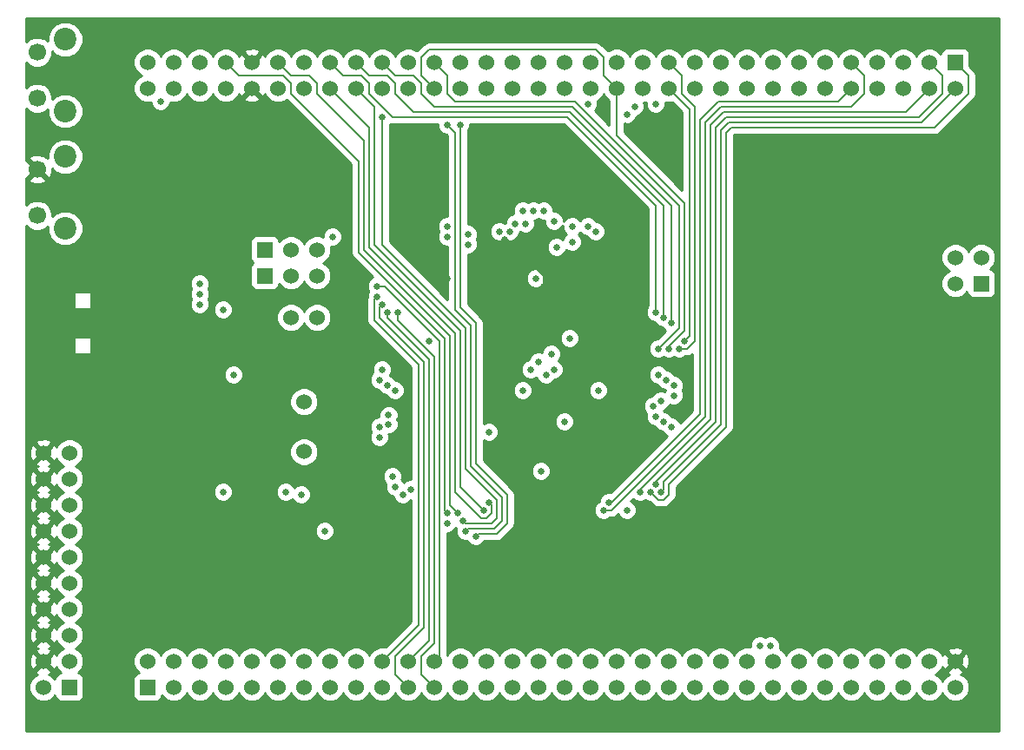
<source format=gbr>
G04 (created by PCBNEW-RS274X (2012-01-19 BZR 3256)-stable) date 16/09/2012 01:08:52*
G01*
G70*
G90*
%MOIN*%
G04 Gerber Fmt 3.4, Leading zero omitted, Abs format*
%FSLAX34Y34*%
G04 APERTURE LIST*
%ADD10C,0.006000*%
%ADD11C,0.060000*%
%ADD12R,0.060000X0.060000*%
%ADD13C,0.086600*%
%ADD14C,0.066900*%
%ADD15C,0.025000*%
%ADD16C,0.008000*%
%ADD17C,0.020000*%
%ADD18C,0.010000*%
G04 APERTURE END LIST*
G54D10*
G54D11*
X61500Y-58500D03*
X62500Y-57500D03*
G54D12*
X62500Y-58500D03*
G54D11*
X61500Y-57500D03*
X62500Y-56500D03*
X61500Y-56500D03*
X62500Y-55500D03*
X61500Y-55500D03*
X62500Y-54500D03*
X61500Y-54500D03*
X62500Y-53500D03*
X61500Y-53500D03*
X62500Y-52500D03*
X61500Y-52500D03*
X62500Y-51500D03*
X61500Y-51500D03*
X62500Y-50500D03*
X61500Y-50500D03*
X62500Y-49500D03*
X61500Y-49500D03*
X71500Y-47539D03*
X71500Y-49461D03*
X71000Y-44300D03*
X72000Y-44300D03*
G54D12*
X70000Y-41700D03*
G54D11*
X71000Y-41700D03*
X72000Y-41700D03*
G54D12*
X70000Y-42700D03*
G54D11*
X71000Y-42700D03*
X72000Y-42700D03*
G54D13*
X62341Y-33622D03*
X62341Y-36378D03*
G54D14*
X61258Y-34114D03*
X61258Y-35886D03*
G54D13*
X62341Y-38122D03*
X62341Y-40878D03*
G54D14*
X61258Y-38614D03*
X61258Y-40386D03*
G54D12*
X96500Y-34500D03*
G54D11*
X96500Y-35500D03*
X95500Y-34500D03*
X95500Y-35500D03*
X94500Y-34500D03*
X94500Y-35500D03*
X93500Y-34500D03*
X93500Y-35500D03*
X92500Y-34500D03*
X92500Y-35500D03*
X91500Y-34500D03*
X91500Y-35500D03*
X90500Y-34500D03*
X90500Y-35500D03*
X89500Y-34500D03*
X89500Y-35500D03*
X88500Y-34500D03*
X88500Y-35500D03*
X87500Y-34500D03*
X87500Y-35500D03*
X86500Y-34500D03*
X86500Y-35500D03*
X85500Y-34500D03*
X85500Y-35500D03*
X84500Y-34500D03*
X84500Y-35500D03*
X83500Y-34500D03*
X83500Y-35500D03*
X82500Y-34500D03*
X82500Y-35500D03*
X81500Y-34500D03*
X81500Y-35500D03*
X80500Y-34500D03*
X80500Y-35500D03*
X79500Y-34500D03*
X79500Y-35500D03*
X78500Y-34500D03*
X78500Y-35500D03*
X77500Y-34500D03*
X77500Y-35500D03*
X76500Y-34500D03*
X76500Y-35500D03*
X75500Y-34500D03*
X75500Y-35500D03*
X74500Y-34500D03*
X74500Y-35500D03*
X73500Y-34500D03*
X73500Y-35500D03*
X72500Y-34500D03*
X72500Y-35500D03*
X71500Y-34500D03*
X71500Y-35500D03*
X70500Y-34500D03*
X70500Y-35500D03*
X69500Y-34500D03*
X69500Y-35500D03*
X68500Y-34500D03*
X68500Y-35500D03*
X67500Y-34500D03*
X67500Y-35500D03*
X66500Y-34500D03*
X66500Y-35500D03*
X65500Y-34500D03*
X65500Y-35500D03*
G54D12*
X65500Y-58500D03*
G54D11*
X65500Y-57500D03*
X66500Y-58500D03*
X66500Y-57500D03*
X67500Y-58500D03*
X67500Y-57500D03*
X68500Y-58500D03*
X68500Y-57500D03*
X69500Y-58500D03*
X69500Y-57500D03*
X70500Y-58500D03*
X70500Y-57500D03*
X71500Y-58500D03*
X71500Y-57500D03*
X72500Y-58500D03*
X72500Y-57500D03*
X73500Y-58500D03*
X73500Y-57500D03*
X74500Y-58500D03*
X74500Y-57500D03*
X75500Y-58500D03*
X75500Y-57500D03*
X76500Y-58500D03*
X76500Y-57500D03*
X77500Y-58500D03*
X77500Y-57500D03*
X78500Y-58500D03*
X78500Y-57500D03*
X79500Y-58500D03*
X79500Y-57500D03*
X80500Y-58500D03*
X80500Y-57500D03*
X81500Y-58500D03*
X81500Y-57500D03*
X82500Y-58500D03*
X82500Y-57500D03*
X83500Y-58500D03*
X83500Y-57500D03*
X84500Y-58500D03*
X84500Y-57500D03*
X85500Y-58500D03*
X85500Y-57500D03*
X86500Y-58500D03*
X86500Y-57500D03*
X87500Y-58500D03*
X87500Y-57500D03*
X88500Y-58500D03*
X88500Y-57500D03*
X89500Y-58500D03*
X89500Y-57500D03*
X90500Y-58500D03*
X90500Y-57500D03*
X91500Y-58500D03*
X91500Y-57500D03*
X92500Y-58500D03*
X92500Y-57500D03*
X93500Y-58500D03*
X93500Y-57500D03*
X94500Y-58500D03*
X94500Y-57500D03*
X95500Y-58500D03*
X95500Y-57500D03*
X96500Y-58500D03*
X96500Y-57500D03*
G54D12*
X97500Y-43000D03*
G54D11*
X96500Y-43000D03*
X97500Y-42000D03*
X96500Y-42000D03*
G54D15*
X68400Y-51000D03*
X68400Y-44000D03*
X74500Y-46300D03*
X74400Y-46700D03*
X74700Y-46900D03*
X75000Y-47100D03*
X72600Y-41200D03*
X66000Y-36000D03*
X80200Y-46300D03*
X77000Y-51800D03*
X85700Y-47300D03*
X85700Y-46900D03*
X85400Y-46700D03*
X85100Y-46500D03*
X85600Y-48500D03*
X85300Y-48300D03*
X85000Y-48100D03*
X74300Y-43500D03*
X74500Y-43800D03*
X74700Y-44100D03*
X75100Y-44100D03*
X74300Y-43100D03*
X79600Y-40700D03*
X79400Y-41000D03*
X81800Y-41400D03*
X84900Y-47700D03*
X85200Y-47500D03*
X82700Y-41000D03*
X82400Y-40800D03*
X77800Y-41500D03*
X80700Y-40200D03*
X89400Y-56900D03*
X80300Y-40200D03*
X79900Y-40200D03*
X80000Y-40700D03*
X77000Y-41200D03*
X81800Y-40800D03*
X89000Y-56900D03*
X77000Y-40800D03*
X81100Y-40600D03*
X81200Y-41600D03*
X81100Y-46300D03*
X80800Y-46500D03*
X74750Y-48050D03*
X74750Y-48400D03*
X74400Y-48500D03*
X74400Y-48900D03*
X77000Y-36900D03*
X77700Y-52500D03*
X78100Y-52700D03*
X77500Y-36900D03*
X85100Y-45500D03*
X85500Y-45500D03*
X83000Y-51700D03*
X83200Y-51400D03*
X85000Y-36100D03*
X71400Y-51100D03*
X85600Y-44500D03*
X77600Y-52100D03*
X74500Y-36600D03*
X85300Y-44300D03*
X78400Y-51700D03*
X85000Y-44100D03*
X78600Y-51400D03*
X77800Y-41100D03*
X77400Y-51800D03*
X84200Y-36200D03*
X83900Y-36500D03*
X85900Y-45500D03*
X86100Y-45200D03*
X85000Y-50700D03*
X85200Y-51000D03*
X84400Y-51000D03*
X84800Y-51000D03*
X82400Y-36100D03*
X80500Y-46000D03*
X81000Y-45700D03*
X77000Y-52200D03*
X74900Y-50400D03*
X75000Y-50800D03*
X75600Y-50900D03*
X75300Y-51100D03*
X67500Y-43000D03*
X67500Y-43400D03*
X67500Y-43800D03*
X79900Y-47100D03*
X86100Y-46100D03*
X77000Y-42800D03*
X81400Y-52800D03*
X83000Y-52800D03*
X83600Y-46900D03*
X83000Y-47800D03*
X85900Y-36700D03*
X72700Y-44400D03*
X80700Y-43100D03*
X80400Y-49300D03*
X71900Y-48200D03*
X77200Y-52700D03*
X79200Y-41300D03*
X75000Y-46100D03*
X72700Y-43700D03*
X72600Y-49600D03*
X83100Y-36500D03*
X64600Y-46500D03*
X81700Y-45100D03*
X76300Y-45200D03*
X81500Y-48300D03*
X83900Y-51700D03*
X78600Y-48700D03*
X82800Y-47100D03*
X72300Y-52500D03*
X80600Y-50200D03*
X79000Y-41000D03*
X70800Y-51000D03*
X68800Y-46500D03*
X80400Y-42800D03*
G54D16*
X76900Y-51700D02*
X76900Y-45100D01*
X77000Y-51800D02*
X76900Y-51700D01*
X71000Y-35700D02*
X73600Y-38300D01*
X71000Y-35300D02*
X71000Y-35700D01*
X68500Y-34500D02*
X69000Y-35000D01*
X69000Y-35000D02*
X70700Y-35000D01*
X76900Y-45100D02*
X73600Y-41800D01*
X70700Y-35000D02*
X71000Y-35300D01*
X73600Y-38300D02*
X73600Y-41800D01*
X74200Y-43600D02*
X74200Y-44400D01*
X75900Y-46100D02*
X75900Y-56100D01*
X74300Y-43500D02*
X74200Y-43600D01*
X74200Y-44400D02*
X75900Y-46100D01*
X75900Y-56100D02*
X74500Y-57500D01*
X76100Y-56200D02*
X75000Y-57300D01*
X74400Y-43900D02*
X74400Y-44300D01*
X75000Y-57300D02*
X75000Y-58000D01*
X76100Y-46000D02*
X76100Y-56200D01*
X74400Y-43900D02*
X74500Y-43800D01*
X74400Y-44300D02*
X76100Y-46000D01*
X75000Y-58000D02*
X75500Y-58500D01*
X74700Y-44300D02*
X76300Y-45900D01*
X76300Y-45900D02*
X76300Y-56700D01*
X74700Y-44100D02*
X74700Y-44300D01*
X76300Y-56700D02*
X75500Y-57500D01*
X76000Y-58000D02*
X76500Y-58500D01*
X76500Y-56800D02*
X76000Y-57300D01*
X75100Y-44400D02*
X76500Y-45800D01*
X75100Y-44100D02*
X75100Y-44400D01*
X76000Y-57300D02*
X76000Y-58000D01*
X76500Y-45800D02*
X76500Y-56800D01*
X76700Y-57300D02*
X76700Y-45200D01*
X76700Y-45200D02*
X74600Y-43100D01*
X74600Y-43100D02*
X74300Y-43100D01*
X76700Y-57300D02*
X76500Y-57500D01*
X77000Y-36900D02*
X77300Y-37200D01*
X77300Y-44000D02*
X77900Y-44600D01*
X77800Y-52400D02*
X78800Y-52400D01*
X77700Y-52500D02*
X77800Y-52400D01*
X79100Y-52100D02*
X79100Y-51200D01*
X77900Y-50000D02*
X77900Y-44600D01*
X79100Y-51200D02*
X77900Y-50000D01*
X77300Y-37200D02*
X77300Y-44000D01*
X78800Y-52400D02*
X79100Y-52100D01*
X78100Y-49900D02*
X78100Y-44500D01*
X78900Y-52600D02*
X79300Y-52200D01*
X78100Y-52700D02*
X78200Y-52600D01*
X79300Y-51100D02*
X78100Y-49900D01*
X79300Y-52200D02*
X79300Y-51100D01*
X78200Y-52600D02*
X78900Y-52600D01*
X77500Y-43900D02*
X77500Y-36900D01*
X78100Y-44500D02*
X77500Y-43900D01*
X85900Y-44700D02*
X85900Y-40000D01*
X77000Y-35700D02*
X77300Y-36000D01*
X77300Y-36000D02*
X81900Y-36000D01*
X76500Y-34500D02*
X77000Y-35000D01*
X77000Y-35700D02*
X77000Y-35000D01*
X81900Y-36000D02*
X85900Y-40000D01*
X85100Y-45500D02*
X85900Y-44700D01*
X82700Y-34000D02*
X83000Y-34300D01*
X83500Y-37300D02*
X86100Y-39900D01*
X86100Y-44800D02*
X86100Y-39900D01*
X76000Y-34300D02*
X76300Y-34000D01*
X76300Y-34000D02*
X82700Y-34000D01*
X76500Y-35500D02*
X76000Y-35000D01*
X76000Y-35000D02*
X76000Y-34300D01*
X83500Y-35500D02*
X83500Y-37300D01*
X83000Y-34300D02*
X83000Y-35000D01*
X83000Y-35000D02*
X83500Y-35500D01*
X85500Y-45400D02*
X86100Y-44800D01*
X85500Y-45500D02*
X85500Y-45400D01*
X92500Y-34500D02*
X93000Y-35000D01*
X93000Y-35700D02*
X92500Y-36200D01*
X83300Y-51700D02*
X86900Y-48100D01*
X87500Y-36200D02*
X92500Y-36200D01*
X93000Y-35000D02*
X93000Y-35700D01*
X86900Y-36800D02*
X87500Y-36200D01*
X83000Y-51700D02*
X83300Y-51700D01*
X86900Y-48100D02*
X86900Y-36800D01*
X92500Y-35500D02*
X92000Y-36000D01*
X86700Y-48000D02*
X86700Y-36700D01*
X83300Y-51400D02*
X86700Y-48000D01*
X83200Y-51400D02*
X83300Y-51400D01*
X87400Y-36000D02*
X92000Y-36000D01*
X86700Y-36700D02*
X87400Y-36000D01*
X75000Y-35000D02*
X75700Y-35000D01*
X81800Y-36200D02*
X85600Y-40000D01*
X76000Y-35700D02*
X76500Y-36200D01*
X75000Y-35000D02*
X74500Y-34500D01*
X76500Y-36200D02*
X81800Y-36200D01*
X76000Y-35300D02*
X76000Y-35700D01*
X75700Y-35000D02*
X76000Y-35300D01*
X85600Y-40000D02*
X85600Y-44500D01*
X78900Y-52000D02*
X78900Y-51300D01*
X78700Y-52200D02*
X78900Y-52000D01*
X77700Y-52200D02*
X78700Y-52200D01*
X77600Y-52100D02*
X77700Y-52200D01*
X74500Y-41500D02*
X74500Y-36600D01*
X78900Y-51300D02*
X77700Y-50100D01*
X77700Y-50100D02*
X77700Y-44700D01*
X77700Y-44700D02*
X74500Y-41500D01*
X75700Y-36400D02*
X81700Y-36400D01*
X81700Y-36400D02*
X85300Y-40000D01*
X74700Y-35000D02*
X75000Y-35300D01*
X85300Y-40000D02*
X85300Y-44300D01*
X75000Y-35700D02*
X75700Y-36400D01*
X73500Y-34500D02*
X74000Y-35000D01*
X74000Y-35000D02*
X74700Y-35000D01*
X75000Y-35300D02*
X75000Y-35700D01*
X77500Y-44800D02*
X74200Y-41500D01*
X78400Y-51700D02*
X77500Y-50800D01*
X74200Y-36200D02*
X74200Y-41500D01*
X77500Y-50800D02*
X77500Y-44800D01*
X73500Y-35500D02*
X74200Y-36200D01*
X81600Y-36600D02*
X85000Y-40000D01*
X74000Y-35700D02*
X74900Y-36600D01*
X74000Y-35300D02*
X74000Y-35700D01*
X74900Y-36600D02*
X81600Y-36600D01*
X73700Y-35000D02*
X74000Y-35300D01*
X72500Y-34500D02*
X73000Y-35000D01*
X73000Y-35000D02*
X73700Y-35000D01*
X85000Y-40000D02*
X85000Y-44100D01*
X74000Y-37000D02*
X74000Y-41600D01*
X78300Y-52000D02*
X77300Y-51000D01*
X78700Y-51800D02*
X78500Y-52000D01*
X78500Y-52000D02*
X78300Y-52000D01*
X78700Y-51500D02*
X78700Y-51800D01*
X77300Y-44900D02*
X74000Y-41600D01*
X77300Y-51000D02*
X77300Y-44900D01*
X78600Y-51400D02*
X78700Y-51500D01*
X72500Y-35500D02*
X74000Y-37000D01*
X72000Y-35300D02*
X72000Y-35700D01*
X71700Y-35000D02*
X72000Y-35300D01*
X72000Y-35700D02*
X73800Y-37500D01*
X70500Y-34500D02*
X71000Y-35000D01*
X73800Y-37500D02*
X73800Y-41700D01*
X71000Y-35000D02*
X71700Y-35000D01*
X77100Y-45000D02*
X73800Y-41700D01*
X77100Y-51500D02*
X77100Y-45000D01*
X77400Y-51800D02*
X77100Y-51500D01*
X86000Y-35000D02*
X85500Y-34500D01*
X86200Y-45500D02*
X86500Y-45200D01*
X86500Y-36200D02*
X86000Y-35700D01*
X86000Y-35700D02*
X86000Y-35000D01*
X85900Y-45500D02*
X86200Y-45500D01*
X86500Y-45200D02*
X86500Y-36200D01*
X86300Y-45000D02*
X86300Y-36300D01*
X86100Y-45200D02*
X86300Y-45000D01*
X86300Y-36300D02*
X85500Y-35500D01*
X85000Y-50600D02*
X87300Y-48300D01*
X87300Y-48300D02*
X87300Y-37000D01*
X87700Y-36600D02*
X95100Y-36600D01*
X85000Y-50700D02*
X85000Y-50600D01*
X95500Y-34500D02*
X96000Y-35000D01*
X96000Y-35000D02*
X96000Y-35700D01*
X87300Y-37000D02*
X87700Y-36600D01*
X96000Y-35700D02*
X95100Y-36600D01*
X87500Y-37100D02*
X87800Y-36800D01*
X85300Y-50900D02*
X85300Y-50600D01*
X85200Y-51000D02*
X85300Y-50900D01*
X87500Y-48400D02*
X87500Y-37100D01*
X87800Y-36800D02*
X95200Y-36800D01*
X96500Y-35500D02*
X95200Y-36800D01*
X85300Y-50600D02*
X87500Y-48400D01*
X84400Y-50900D02*
X87100Y-48200D01*
X87100Y-48200D02*
X87100Y-36900D01*
X95500Y-35500D02*
X94600Y-36400D01*
X87100Y-36900D02*
X87600Y-36400D01*
X87600Y-36400D02*
X94600Y-36400D01*
X84400Y-51000D02*
X84400Y-50900D01*
X87700Y-37200D02*
X87900Y-37000D01*
X97000Y-35700D02*
X95700Y-37000D01*
X84800Y-51000D02*
X85100Y-51300D01*
X96500Y-34500D02*
X97000Y-35000D01*
X85500Y-50700D02*
X87700Y-48500D01*
X87900Y-37000D02*
X95700Y-37000D01*
X85100Y-51300D02*
X85300Y-51300D01*
X85500Y-51100D02*
X85500Y-50700D01*
X97000Y-35000D02*
X97000Y-35700D01*
X85300Y-51300D02*
X85500Y-51100D01*
X87700Y-48500D02*
X87700Y-37200D01*
X83600Y-46900D02*
X83600Y-47200D01*
X79300Y-41300D02*
X80700Y-42700D01*
X83600Y-47200D02*
X83000Y-47800D01*
X64600Y-41956D02*
X61258Y-38614D01*
X83600Y-46000D02*
X83600Y-46900D01*
X81500Y-49300D02*
X80400Y-49300D01*
X86100Y-46100D02*
X84400Y-46100D01*
X64600Y-46500D02*
X64600Y-41956D01*
G54D17*
X91800Y-52800D02*
X96500Y-57500D01*
X83000Y-52800D02*
X91800Y-52800D01*
G54D16*
X84400Y-46100D02*
X83600Y-46900D01*
X81500Y-49300D02*
X83000Y-47800D01*
X80700Y-43100D02*
X83600Y-46000D01*
X79200Y-41300D02*
X79300Y-41300D01*
X80700Y-42700D02*
X80700Y-43100D01*
G54D10*
G36*
X77010Y-43600D02*
X74790Y-41380D01*
X74790Y-36868D01*
X74899Y-36889D01*
X74900Y-36890D01*
X76625Y-36890D01*
X76625Y-36974D01*
X76682Y-37112D01*
X76787Y-37217D01*
X76925Y-37275D01*
X76965Y-37275D01*
X77010Y-37320D01*
X77010Y-40425D01*
X76926Y-40425D01*
X76788Y-40482D01*
X76683Y-40587D01*
X76625Y-40725D01*
X76625Y-40874D01*
X76677Y-41000D01*
X76625Y-41125D01*
X76625Y-41274D01*
X76682Y-41412D01*
X76787Y-41517D01*
X76925Y-41575D01*
X77010Y-41575D01*
X77010Y-43600D01*
X77010Y-43600D01*
G37*
G54D18*
X77010Y-43600D02*
X74790Y-41380D01*
X74790Y-36868D01*
X74899Y-36889D01*
X74900Y-36890D01*
X76625Y-36890D01*
X76625Y-36974D01*
X76682Y-37112D01*
X76787Y-37217D01*
X76925Y-37275D01*
X76965Y-37275D01*
X77010Y-37320D01*
X77010Y-40425D01*
X76926Y-40425D01*
X76788Y-40482D01*
X76683Y-40587D01*
X76625Y-40725D01*
X76625Y-40874D01*
X76677Y-41000D01*
X76625Y-41125D01*
X76625Y-41274D01*
X76682Y-41412D01*
X76787Y-41517D01*
X76925Y-41575D01*
X77010Y-41575D01*
X77010Y-43600D01*
G54D10*
G36*
X83210Y-36900D02*
X82670Y-36360D01*
X82717Y-36313D01*
X82775Y-36175D01*
X82775Y-36026D01*
X82758Y-35986D01*
X82811Y-35965D01*
X82965Y-35811D01*
X83000Y-35726D01*
X83035Y-35811D01*
X83189Y-35965D01*
X83210Y-35973D01*
X83210Y-36900D01*
X83210Y-36900D01*
G37*
G54D18*
X83210Y-36900D02*
X82670Y-36360D01*
X82717Y-36313D01*
X82775Y-36175D01*
X82775Y-36026D01*
X82758Y-35986D01*
X82811Y-35965D01*
X82965Y-35811D01*
X83000Y-35726D01*
X83035Y-35811D01*
X83189Y-35965D01*
X83210Y-35973D01*
X83210Y-36900D01*
G54D10*
G36*
X86010Y-39400D02*
X83790Y-37180D01*
X83790Y-36860D01*
X83825Y-36875D01*
X83974Y-36875D01*
X84112Y-36818D01*
X84217Y-36713D01*
X84274Y-36575D01*
X84275Y-36575D01*
X84275Y-36574D01*
X84412Y-36518D01*
X84517Y-36413D01*
X84575Y-36275D01*
X84575Y-36126D01*
X84543Y-36049D01*
X84609Y-36049D01*
X84625Y-36042D01*
X84625Y-36174D01*
X84682Y-36312D01*
X84787Y-36417D01*
X84925Y-36475D01*
X85074Y-36475D01*
X85212Y-36418D01*
X85317Y-36313D01*
X85375Y-36175D01*
X85375Y-36042D01*
X85391Y-36049D01*
X85609Y-36049D01*
X85630Y-36040D01*
X86010Y-36420D01*
X86010Y-39400D01*
X86010Y-39400D01*
G37*
G54D18*
X86010Y-39400D02*
X83790Y-37180D01*
X83790Y-36860D01*
X83825Y-36875D01*
X83974Y-36875D01*
X84112Y-36818D01*
X84217Y-36713D01*
X84274Y-36575D01*
X84275Y-36575D01*
X84275Y-36574D01*
X84412Y-36518D01*
X84517Y-36413D01*
X84575Y-36275D01*
X84575Y-36126D01*
X84543Y-36049D01*
X84609Y-36049D01*
X84625Y-36042D01*
X84625Y-36174D01*
X84682Y-36312D01*
X84787Y-36417D01*
X84925Y-36475D01*
X85074Y-36475D01*
X85212Y-36418D01*
X85317Y-36313D01*
X85375Y-36175D01*
X85375Y-36042D01*
X85391Y-36049D01*
X85609Y-36049D01*
X85630Y-36040D01*
X86010Y-36420D01*
X86010Y-39400D01*
G54D10*
G36*
X98175Y-60175D02*
X98049Y-60175D01*
X98049Y-43350D01*
X98049Y-43251D01*
X98049Y-42651D01*
X98011Y-42559D01*
X97941Y-42489D01*
X97850Y-42451D01*
X97825Y-42451D01*
X97965Y-42311D01*
X98049Y-42109D01*
X98049Y-41891D01*
X97965Y-41689D01*
X97811Y-41535D01*
X97609Y-41451D01*
X97391Y-41451D01*
X97290Y-41493D01*
X97290Y-35700D01*
X97290Y-35000D01*
X97268Y-34889D01*
X97205Y-34795D01*
X97049Y-34639D01*
X97049Y-34151D01*
X97011Y-34059D01*
X96941Y-33989D01*
X96850Y-33951D01*
X96751Y-33951D01*
X96151Y-33951D01*
X96059Y-33989D01*
X95989Y-34059D01*
X95951Y-34150D01*
X95951Y-34175D01*
X95811Y-34035D01*
X95609Y-33951D01*
X95391Y-33951D01*
X95189Y-34035D01*
X95035Y-34189D01*
X95000Y-34273D01*
X94965Y-34189D01*
X94811Y-34035D01*
X94609Y-33951D01*
X94391Y-33951D01*
X94189Y-34035D01*
X94035Y-34189D01*
X94000Y-34273D01*
X93965Y-34189D01*
X93811Y-34035D01*
X93609Y-33951D01*
X93391Y-33951D01*
X93189Y-34035D01*
X93035Y-34189D01*
X93000Y-34273D01*
X92965Y-34189D01*
X92811Y-34035D01*
X92609Y-33951D01*
X92391Y-33951D01*
X92189Y-34035D01*
X92035Y-34189D01*
X92000Y-34273D01*
X91965Y-34189D01*
X91811Y-34035D01*
X91609Y-33951D01*
X91391Y-33951D01*
X91189Y-34035D01*
X91035Y-34189D01*
X91000Y-34273D01*
X90965Y-34189D01*
X90811Y-34035D01*
X90609Y-33951D01*
X90391Y-33951D01*
X90189Y-34035D01*
X90035Y-34189D01*
X90000Y-34273D01*
X89965Y-34189D01*
X89811Y-34035D01*
X89609Y-33951D01*
X89391Y-33951D01*
X89189Y-34035D01*
X89035Y-34189D01*
X89000Y-34273D01*
X88965Y-34189D01*
X88811Y-34035D01*
X88609Y-33951D01*
X88391Y-33951D01*
X88189Y-34035D01*
X88035Y-34189D01*
X88000Y-34273D01*
X87965Y-34189D01*
X87811Y-34035D01*
X87609Y-33951D01*
X87391Y-33951D01*
X87189Y-34035D01*
X87035Y-34189D01*
X87000Y-34273D01*
X86965Y-34189D01*
X86811Y-34035D01*
X86609Y-33951D01*
X86391Y-33951D01*
X86189Y-34035D01*
X86035Y-34189D01*
X86000Y-34273D01*
X85965Y-34189D01*
X85811Y-34035D01*
X85609Y-33951D01*
X85391Y-33951D01*
X85189Y-34035D01*
X85035Y-34189D01*
X85000Y-34273D01*
X84965Y-34189D01*
X84811Y-34035D01*
X84609Y-33951D01*
X84391Y-33951D01*
X84189Y-34035D01*
X84035Y-34189D01*
X84000Y-34273D01*
X83965Y-34189D01*
X83811Y-34035D01*
X83609Y-33951D01*
X83391Y-33951D01*
X83189Y-34035D01*
X83167Y-34057D01*
X82905Y-33795D01*
X82811Y-33732D01*
X82700Y-33710D01*
X76300Y-33710D01*
X76189Y-33732D01*
X76095Y-33795D01*
X75833Y-34057D01*
X75811Y-34035D01*
X75609Y-33951D01*
X75391Y-33951D01*
X75189Y-34035D01*
X75035Y-34189D01*
X75000Y-34273D01*
X74965Y-34189D01*
X74811Y-34035D01*
X74609Y-33951D01*
X74391Y-33951D01*
X74189Y-34035D01*
X74035Y-34189D01*
X74000Y-34273D01*
X73965Y-34189D01*
X73811Y-34035D01*
X73609Y-33951D01*
X73391Y-33951D01*
X73189Y-34035D01*
X73035Y-34189D01*
X73000Y-34273D01*
X72965Y-34189D01*
X72811Y-34035D01*
X72609Y-33951D01*
X72391Y-33951D01*
X72189Y-34035D01*
X72035Y-34189D01*
X72000Y-34273D01*
X71965Y-34189D01*
X71811Y-34035D01*
X71609Y-33951D01*
X71391Y-33951D01*
X71189Y-34035D01*
X71035Y-34189D01*
X71000Y-34273D01*
X70965Y-34189D01*
X70811Y-34035D01*
X70609Y-33951D01*
X70391Y-33951D01*
X70189Y-34035D01*
X70035Y-34189D01*
X69997Y-34280D01*
X69972Y-34219D01*
X69878Y-34192D01*
X69808Y-34262D01*
X69808Y-34122D01*
X69781Y-34028D01*
X69579Y-33957D01*
X69366Y-33968D01*
X69219Y-34028D01*
X69192Y-34122D01*
X69500Y-34429D01*
X69808Y-34122D01*
X69808Y-34262D01*
X69571Y-34500D01*
X69500Y-34571D01*
X69429Y-34500D01*
X69394Y-34465D01*
X69122Y-34192D01*
X69028Y-34219D01*
X69004Y-34284D01*
X68965Y-34189D01*
X68811Y-34035D01*
X68609Y-33951D01*
X68391Y-33951D01*
X68189Y-34035D01*
X68035Y-34189D01*
X68000Y-34273D01*
X67965Y-34189D01*
X67811Y-34035D01*
X67609Y-33951D01*
X67391Y-33951D01*
X67189Y-34035D01*
X67035Y-34189D01*
X67000Y-34273D01*
X66965Y-34189D01*
X66811Y-34035D01*
X66609Y-33951D01*
X66391Y-33951D01*
X66189Y-34035D01*
X66035Y-34189D01*
X66000Y-34273D01*
X65965Y-34189D01*
X65811Y-34035D01*
X65609Y-33951D01*
X65391Y-33951D01*
X65189Y-34035D01*
X65035Y-34189D01*
X64951Y-34391D01*
X64951Y-34609D01*
X65035Y-34811D01*
X65189Y-34965D01*
X65273Y-35000D01*
X65189Y-35035D01*
X65035Y-35189D01*
X64951Y-35391D01*
X64951Y-35609D01*
X65035Y-35811D01*
X65189Y-35965D01*
X65391Y-36049D01*
X65609Y-36049D01*
X65625Y-36042D01*
X65625Y-36074D01*
X65682Y-36212D01*
X65787Y-36317D01*
X65925Y-36375D01*
X66074Y-36375D01*
X66212Y-36318D01*
X66317Y-36213D01*
X66375Y-36075D01*
X66375Y-36042D01*
X66391Y-36049D01*
X66609Y-36049D01*
X66811Y-35965D01*
X66965Y-35811D01*
X67000Y-35726D01*
X67035Y-35811D01*
X67189Y-35965D01*
X67391Y-36049D01*
X67609Y-36049D01*
X67811Y-35965D01*
X67965Y-35811D01*
X68000Y-35726D01*
X68035Y-35811D01*
X68189Y-35965D01*
X68391Y-36049D01*
X68609Y-36049D01*
X68811Y-35965D01*
X68965Y-35811D01*
X69002Y-35719D01*
X69028Y-35781D01*
X69122Y-35808D01*
X69394Y-35535D01*
X69429Y-35500D01*
X69500Y-35429D01*
X69571Y-35500D01*
X69606Y-35535D01*
X69878Y-35808D01*
X69972Y-35781D01*
X69995Y-35715D01*
X70035Y-35811D01*
X70189Y-35965D01*
X70391Y-36049D01*
X70609Y-36049D01*
X70811Y-35965D01*
X70833Y-35943D01*
X73310Y-38420D01*
X73310Y-41800D01*
X73332Y-41911D01*
X73395Y-42005D01*
X74147Y-42757D01*
X74088Y-42782D01*
X73983Y-42887D01*
X73925Y-43025D01*
X73925Y-43174D01*
X73977Y-43300D01*
X73925Y-43425D01*
X73925Y-43524D01*
X73910Y-43600D01*
X73910Y-44400D01*
X73932Y-44511D01*
X73995Y-44605D01*
X75610Y-46220D01*
X75610Y-50525D01*
X75526Y-50525D01*
X75388Y-50582D01*
X75375Y-50594D01*
X75375Y-47175D01*
X75375Y-47026D01*
X75318Y-46888D01*
X75213Y-46783D01*
X75075Y-46725D01*
X75033Y-46725D01*
X75018Y-46688D01*
X74913Y-46583D01*
X74796Y-46533D01*
X74817Y-46513D01*
X74875Y-46375D01*
X74875Y-46226D01*
X74818Y-46088D01*
X74713Y-45983D01*
X74575Y-45925D01*
X74426Y-45925D01*
X74288Y-45982D01*
X74183Y-46087D01*
X74125Y-46225D01*
X74125Y-46374D01*
X74145Y-46424D01*
X74083Y-46487D01*
X74025Y-46625D01*
X74025Y-46774D01*
X74082Y-46912D01*
X74187Y-47017D01*
X74325Y-47075D01*
X74366Y-47075D01*
X74382Y-47112D01*
X74487Y-47217D01*
X74625Y-47275D01*
X74666Y-47275D01*
X74682Y-47312D01*
X74787Y-47417D01*
X74925Y-47475D01*
X75074Y-47475D01*
X75212Y-47418D01*
X75317Y-47313D01*
X75375Y-47175D01*
X75375Y-50594D01*
X75336Y-50633D01*
X75318Y-50588D01*
X75254Y-50524D01*
X75275Y-50475D01*
X75275Y-50326D01*
X75218Y-50188D01*
X75125Y-50095D01*
X75125Y-48475D01*
X75125Y-48326D01*
X75083Y-48224D01*
X75125Y-48125D01*
X75125Y-47976D01*
X75068Y-47838D01*
X74963Y-47733D01*
X74825Y-47675D01*
X74676Y-47675D01*
X74538Y-47732D01*
X74433Y-47837D01*
X74375Y-47975D01*
X74375Y-48124D01*
X74375Y-48125D01*
X74326Y-48125D01*
X74188Y-48182D01*
X74083Y-48287D01*
X74025Y-48425D01*
X74025Y-48574D01*
X74077Y-48700D01*
X74025Y-48825D01*
X74025Y-48974D01*
X74082Y-49112D01*
X74187Y-49217D01*
X74325Y-49275D01*
X74474Y-49275D01*
X74612Y-49218D01*
X74717Y-49113D01*
X74775Y-48975D01*
X74775Y-48826D01*
X74753Y-48775D01*
X74824Y-48775D01*
X74962Y-48718D01*
X75067Y-48613D01*
X75125Y-48475D01*
X75125Y-50095D01*
X75113Y-50083D01*
X74975Y-50025D01*
X74826Y-50025D01*
X74688Y-50082D01*
X74583Y-50187D01*
X74525Y-50325D01*
X74525Y-50474D01*
X74582Y-50612D01*
X74645Y-50675D01*
X74625Y-50725D01*
X74625Y-50874D01*
X74682Y-51012D01*
X74787Y-51117D01*
X74925Y-51175D01*
X74982Y-51312D01*
X75087Y-51417D01*
X75225Y-51475D01*
X75374Y-51475D01*
X75512Y-51418D01*
X75610Y-51320D01*
X75610Y-55980D01*
X74630Y-56959D01*
X74609Y-56951D01*
X74391Y-56951D01*
X74189Y-57035D01*
X74035Y-57189D01*
X74000Y-57273D01*
X73965Y-57189D01*
X73811Y-57035D01*
X73609Y-56951D01*
X73391Y-56951D01*
X73189Y-57035D01*
X73035Y-57189D01*
X73000Y-57273D01*
X72975Y-57213D01*
X72975Y-41275D01*
X72975Y-41126D01*
X72918Y-40988D01*
X72813Y-40883D01*
X72675Y-40825D01*
X72526Y-40825D01*
X72388Y-40882D01*
X72283Y-40987D01*
X72225Y-41125D01*
X72225Y-41199D01*
X72109Y-41151D01*
X71891Y-41151D01*
X71689Y-41235D01*
X71535Y-41389D01*
X71500Y-41473D01*
X71465Y-41389D01*
X71311Y-41235D01*
X71109Y-41151D01*
X70891Y-41151D01*
X70689Y-41235D01*
X70549Y-41375D01*
X70549Y-41351D01*
X70511Y-41259D01*
X70441Y-41189D01*
X70350Y-41151D01*
X70251Y-41151D01*
X69808Y-41151D01*
X69808Y-35878D01*
X69500Y-35571D01*
X69192Y-35878D01*
X69219Y-35972D01*
X69421Y-36043D01*
X69634Y-36032D01*
X69781Y-35972D01*
X69808Y-35878D01*
X69808Y-41151D01*
X69651Y-41151D01*
X69559Y-41189D01*
X69489Y-41259D01*
X69451Y-41350D01*
X69451Y-41449D01*
X69451Y-42049D01*
X69489Y-42141D01*
X69548Y-42200D01*
X69489Y-42259D01*
X69451Y-42350D01*
X69451Y-42449D01*
X69451Y-43049D01*
X69489Y-43141D01*
X69559Y-43211D01*
X69650Y-43249D01*
X69749Y-43249D01*
X70349Y-43249D01*
X70441Y-43211D01*
X70511Y-43141D01*
X70549Y-43050D01*
X70549Y-43025D01*
X70689Y-43165D01*
X70891Y-43249D01*
X71109Y-43249D01*
X71311Y-43165D01*
X71465Y-43011D01*
X71500Y-42926D01*
X71535Y-43011D01*
X71689Y-43165D01*
X71891Y-43249D01*
X72109Y-43249D01*
X72311Y-43165D01*
X72465Y-43011D01*
X72549Y-42809D01*
X72549Y-42591D01*
X72465Y-42389D01*
X72311Y-42235D01*
X72226Y-42200D01*
X72311Y-42165D01*
X72465Y-42011D01*
X72549Y-41809D01*
X72549Y-41591D01*
X72542Y-41575D01*
X72674Y-41575D01*
X72812Y-41518D01*
X72917Y-41413D01*
X72975Y-41275D01*
X72975Y-57213D01*
X72965Y-57189D01*
X72811Y-57035D01*
X72675Y-56978D01*
X72675Y-52575D01*
X72675Y-52426D01*
X72618Y-52288D01*
X72549Y-52219D01*
X72549Y-44409D01*
X72549Y-44191D01*
X72465Y-43989D01*
X72311Y-43835D01*
X72109Y-43751D01*
X71891Y-43751D01*
X71689Y-43835D01*
X71535Y-43989D01*
X71500Y-44073D01*
X71465Y-43989D01*
X71311Y-43835D01*
X71109Y-43751D01*
X70891Y-43751D01*
X70689Y-43835D01*
X70535Y-43989D01*
X70451Y-44191D01*
X70451Y-44409D01*
X70535Y-44611D01*
X70689Y-44765D01*
X70891Y-44849D01*
X71109Y-44849D01*
X71311Y-44765D01*
X71465Y-44611D01*
X71500Y-44526D01*
X71535Y-44611D01*
X71689Y-44765D01*
X71891Y-44849D01*
X72109Y-44849D01*
X72311Y-44765D01*
X72465Y-44611D01*
X72549Y-44409D01*
X72549Y-52219D01*
X72513Y-52183D01*
X72375Y-52125D01*
X72226Y-52125D01*
X72088Y-52182D01*
X72049Y-52221D01*
X72049Y-49570D01*
X72049Y-49352D01*
X72049Y-47648D01*
X72049Y-47430D01*
X71965Y-47228D01*
X71811Y-47074D01*
X71609Y-46990D01*
X71391Y-46990D01*
X71189Y-47074D01*
X71035Y-47228D01*
X70951Y-47430D01*
X70951Y-47648D01*
X71035Y-47850D01*
X71189Y-48004D01*
X71391Y-48088D01*
X71609Y-48088D01*
X71811Y-48004D01*
X71965Y-47850D01*
X72049Y-47648D01*
X72049Y-49352D01*
X71965Y-49150D01*
X71811Y-48996D01*
X71609Y-48912D01*
X71391Y-48912D01*
X71189Y-48996D01*
X71035Y-49150D01*
X70951Y-49352D01*
X70951Y-49570D01*
X71035Y-49772D01*
X71189Y-49926D01*
X71391Y-50010D01*
X71609Y-50010D01*
X71811Y-49926D01*
X71965Y-49772D01*
X72049Y-49570D01*
X72049Y-52221D01*
X71983Y-52287D01*
X71925Y-52425D01*
X71925Y-52574D01*
X71982Y-52712D01*
X72087Y-52817D01*
X72225Y-52875D01*
X72374Y-52875D01*
X72512Y-52818D01*
X72617Y-52713D01*
X72675Y-52575D01*
X72675Y-56978D01*
X72609Y-56951D01*
X72391Y-56951D01*
X72189Y-57035D01*
X72035Y-57189D01*
X72000Y-57273D01*
X71965Y-57189D01*
X71811Y-57035D01*
X71775Y-57020D01*
X71775Y-51175D01*
X71775Y-51026D01*
X71718Y-50888D01*
X71613Y-50783D01*
X71475Y-50725D01*
X71326Y-50725D01*
X71188Y-50782D01*
X71136Y-50833D01*
X71118Y-50788D01*
X71013Y-50683D01*
X70875Y-50625D01*
X70726Y-50625D01*
X70588Y-50682D01*
X70483Y-50787D01*
X70425Y-50925D01*
X70425Y-51074D01*
X70482Y-51212D01*
X70587Y-51317D01*
X70725Y-51375D01*
X70874Y-51375D01*
X71012Y-51318D01*
X71063Y-51266D01*
X71082Y-51312D01*
X71187Y-51417D01*
X71325Y-51475D01*
X71474Y-51475D01*
X71612Y-51418D01*
X71717Y-51313D01*
X71775Y-51175D01*
X71775Y-57020D01*
X71609Y-56951D01*
X71391Y-56951D01*
X71189Y-57035D01*
X71035Y-57189D01*
X71000Y-57273D01*
X70965Y-57189D01*
X70811Y-57035D01*
X70609Y-56951D01*
X70391Y-56951D01*
X70189Y-57035D01*
X70035Y-57189D01*
X70000Y-57273D01*
X69965Y-57189D01*
X69811Y-57035D01*
X69609Y-56951D01*
X69391Y-56951D01*
X69189Y-57035D01*
X69175Y-57049D01*
X69175Y-46575D01*
X69175Y-46426D01*
X69118Y-46288D01*
X69013Y-46183D01*
X68875Y-46125D01*
X68775Y-46125D01*
X68775Y-44075D01*
X68775Y-43926D01*
X68718Y-43788D01*
X68613Y-43683D01*
X68475Y-43625D01*
X68326Y-43625D01*
X68188Y-43682D01*
X68083Y-43787D01*
X68025Y-43925D01*
X68025Y-44074D01*
X68082Y-44212D01*
X68187Y-44317D01*
X68325Y-44375D01*
X68474Y-44375D01*
X68612Y-44318D01*
X68717Y-44213D01*
X68775Y-44075D01*
X68775Y-46125D01*
X68726Y-46125D01*
X68588Y-46182D01*
X68483Y-46287D01*
X68425Y-46425D01*
X68425Y-46574D01*
X68482Y-46712D01*
X68587Y-46817D01*
X68725Y-46875D01*
X68874Y-46875D01*
X69012Y-46818D01*
X69117Y-46713D01*
X69175Y-46575D01*
X69175Y-57049D01*
X69035Y-57189D01*
X69000Y-57273D01*
X68965Y-57189D01*
X68811Y-57035D01*
X68775Y-57020D01*
X68775Y-51075D01*
X68775Y-50926D01*
X68718Y-50788D01*
X68613Y-50683D01*
X68475Y-50625D01*
X68326Y-50625D01*
X68188Y-50682D01*
X68083Y-50787D01*
X68025Y-50925D01*
X68025Y-51074D01*
X68082Y-51212D01*
X68187Y-51317D01*
X68325Y-51375D01*
X68474Y-51375D01*
X68612Y-51318D01*
X68717Y-51213D01*
X68775Y-51075D01*
X68775Y-57020D01*
X68609Y-56951D01*
X68391Y-56951D01*
X68189Y-57035D01*
X68035Y-57189D01*
X68000Y-57273D01*
X67965Y-57189D01*
X67875Y-57099D01*
X67875Y-43875D01*
X67875Y-43726D01*
X67822Y-43599D01*
X67875Y-43475D01*
X67875Y-43326D01*
X67822Y-43199D01*
X67875Y-43075D01*
X67875Y-42926D01*
X67818Y-42788D01*
X67713Y-42683D01*
X67575Y-42625D01*
X67426Y-42625D01*
X67288Y-42682D01*
X67183Y-42787D01*
X67125Y-42925D01*
X67125Y-43074D01*
X67177Y-43200D01*
X67125Y-43325D01*
X67125Y-43474D01*
X67177Y-43600D01*
X67125Y-43725D01*
X67125Y-43874D01*
X67182Y-44012D01*
X67287Y-44117D01*
X67425Y-44175D01*
X67574Y-44175D01*
X67712Y-44118D01*
X67817Y-44013D01*
X67875Y-43875D01*
X67875Y-57099D01*
X67811Y-57035D01*
X67609Y-56951D01*
X67391Y-56951D01*
X67189Y-57035D01*
X67035Y-57189D01*
X67000Y-57273D01*
X66965Y-57189D01*
X66811Y-57035D01*
X66609Y-56951D01*
X66391Y-56951D01*
X66189Y-57035D01*
X66035Y-57189D01*
X66000Y-57273D01*
X65965Y-57189D01*
X65811Y-57035D01*
X65609Y-56951D01*
X65391Y-56951D01*
X65189Y-57035D01*
X65035Y-57189D01*
X64951Y-57391D01*
X64951Y-57609D01*
X65035Y-57811D01*
X65175Y-57951D01*
X65151Y-57951D01*
X65059Y-57989D01*
X64989Y-58059D01*
X64951Y-58150D01*
X64951Y-58249D01*
X64951Y-58849D01*
X64989Y-58941D01*
X65059Y-59011D01*
X65150Y-59049D01*
X65249Y-59049D01*
X65849Y-59049D01*
X65941Y-59011D01*
X66011Y-58941D01*
X66049Y-58850D01*
X66049Y-58825D01*
X66189Y-58965D01*
X66391Y-59049D01*
X66609Y-59049D01*
X66811Y-58965D01*
X66965Y-58811D01*
X67000Y-58726D01*
X67035Y-58811D01*
X67189Y-58965D01*
X67391Y-59049D01*
X67609Y-59049D01*
X67811Y-58965D01*
X67965Y-58811D01*
X68000Y-58726D01*
X68035Y-58811D01*
X68189Y-58965D01*
X68391Y-59049D01*
X68609Y-59049D01*
X68811Y-58965D01*
X68965Y-58811D01*
X69000Y-58726D01*
X69035Y-58811D01*
X69189Y-58965D01*
X69391Y-59049D01*
X69609Y-59049D01*
X69811Y-58965D01*
X69965Y-58811D01*
X70000Y-58726D01*
X70035Y-58811D01*
X70189Y-58965D01*
X70391Y-59049D01*
X70609Y-59049D01*
X70811Y-58965D01*
X70965Y-58811D01*
X71000Y-58726D01*
X71035Y-58811D01*
X71189Y-58965D01*
X71391Y-59049D01*
X71609Y-59049D01*
X71811Y-58965D01*
X71965Y-58811D01*
X72000Y-58726D01*
X72035Y-58811D01*
X72189Y-58965D01*
X72391Y-59049D01*
X72609Y-59049D01*
X72811Y-58965D01*
X72965Y-58811D01*
X73000Y-58726D01*
X73035Y-58811D01*
X73189Y-58965D01*
X73391Y-59049D01*
X73609Y-59049D01*
X73811Y-58965D01*
X73965Y-58811D01*
X74000Y-58726D01*
X74035Y-58811D01*
X74189Y-58965D01*
X74391Y-59049D01*
X74609Y-59049D01*
X74811Y-58965D01*
X74965Y-58811D01*
X75000Y-58726D01*
X75035Y-58811D01*
X75189Y-58965D01*
X75391Y-59049D01*
X75609Y-59049D01*
X75811Y-58965D01*
X75965Y-58811D01*
X76000Y-58726D01*
X76035Y-58811D01*
X76189Y-58965D01*
X76391Y-59049D01*
X76609Y-59049D01*
X76811Y-58965D01*
X76965Y-58811D01*
X77000Y-58726D01*
X77035Y-58811D01*
X77189Y-58965D01*
X77391Y-59049D01*
X77609Y-59049D01*
X77811Y-58965D01*
X77965Y-58811D01*
X78000Y-58726D01*
X78035Y-58811D01*
X78189Y-58965D01*
X78391Y-59049D01*
X78609Y-59049D01*
X78811Y-58965D01*
X78965Y-58811D01*
X79000Y-58726D01*
X79035Y-58811D01*
X79189Y-58965D01*
X79391Y-59049D01*
X79609Y-59049D01*
X79811Y-58965D01*
X79965Y-58811D01*
X80000Y-58726D01*
X80035Y-58811D01*
X80189Y-58965D01*
X80391Y-59049D01*
X80609Y-59049D01*
X80811Y-58965D01*
X80965Y-58811D01*
X81000Y-58726D01*
X81035Y-58811D01*
X81189Y-58965D01*
X81391Y-59049D01*
X81609Y-59049D01*
X81811Y-58965D01*
X81965Y-58811D01*
X82000Y-58726D01*
X82035Y-58811D01*
X82189Y-58965D01*
X82391Y-59049D01*
X82609Y-59049D01*
X82811Y-58965D01*
X82965Y-58811D01*
X83000Y-58726D01*
X83035Y-58811D01*
X83189Y-58965D01*
X83391Y-59049D01*
X83609Y-59049D01*
X83811Y-58965D01*
X83965Y-58811D01*
X84000Y-58726D01*
X84035Y-58811D01*
X84189Y-58965D01*
X84391Y-59049D01*
X84609Y-59049D01*
X84811Y-58965D01*
X84965Y-58811D01*
X85000Y-58726D01*
X85035Y-58811D01*
X85189Y-58965D01*
X85391Y-59049D01*
X85609Y-59049D01*
X85811Y-58965D01*
X85965Y-58811D01*
X86000Y-58726D01*
X86035Y-58811D01*
X86189Y-58965D01*
X86391Y-59049D01*
X86609Y-59049D01*
X86811Y-58965D01*
X86965Y-58811D01*
X87000Y-58726D01*
X87035Y-58811D01*
X87189Y-58965D01*
X87391Y-59049D01*
X87609Y-59049D01*
X87811Y-58965D01*
X87965Y-58811D01*
X88000Y-58726D01*
X88035Y-58811D01*
X88189Y-58965D01*
X88391Y-59049D01*
X88609Y-59049D01*
X88811Y-58965D01*
X88965Y-58811D01*
X89000Y-58726D01*
X89035Y-58811D01*
X89189Y-58965D01*
X89391Y-59049D01*
X89609Y-59049D01*
X89811Y-58965D01*
X89965Y-58811D01*
X90000Y-58726D01*
X90035Y-58811D01*
X90189Y-58965D01*
X90391Y-59049D01*
X90609Y-59049D01*
X90811Y-58965D01*
X90965Y-58811D01*
X91000Y-58726D01*
X91035Y-58811D01*
X91189Y-58965D01*
X91391Y-59049D01*
X91609Y-59049D01*
X91811Y-58965D01*
X91965Y-58811D01*
X92000Y-58726D01*
X92035Y-58811D01*
X92189Y-58965D01*
X92391Y-59049D01*
X92609Y-59049D01*
X92811Y-58965D01*
X92965Y-58811D01*
X93000Y-58726D01*
X93035Y-58811D01*
X93189Y-58965D01*
X93391Y-59049D01*
X93609Y-59049D01*
X93811Y-58965D01*
X93965Y-58811D01*
X94000Y-58726D01*
X94035Y-58811D01*
X94189Y-58965D01*
X94391Y-59049D01*
X94609Y-59049D01*
X94811Y-58965D01*
X94965Y-58811D01*
X95000Y-58726D01*
X95035Y-58811D01*
X95189Y-58965D01*
X95391Y-59049D01*
X95609Y-59049D01*
X95811Y-58965D01*
X95965Y-58811D01*
X96000Y-58726D01*
X96035Y-58811D01*
X96189Y-58965D01*
X96391Y-59049D01*
X96609Y-59049D01*
X96811Y-58965D01*
X96965Y-58811D01*
X97049Y-58609D01*
X97049Y-58391D01*
X97043Y-58376D01*
X97043Y-57579D01*
X97032Y-57366D01*
X96972Y-57219D01*
X96878Y-57192D01*
X96808Y-57262D01*
X96808Y-57122D01*
X96781Y-57028D01*
X96579Y-56957D01*
X96366Y-56968D01*
X96219Y-57028D01*
X96192Y-57122D01*
X96500Y-57429D01*
X96808Y-57122D01*
X96808Y-57262D01*
X96571Y-57500D01*
X96878Y-57808D01*
X96972Y-57781D01*
X97043Y-57579D01*
X97043Y-58376D01*
X96965Y-58189D01*
X96811Y-58035D01*
X96719Y-57997D01*
X96781Y-57972D01*
X96808Y-57878D01*
X96500Y-57571D01*
X96192Y-57878D01*
X96219Y-57972D01*
X96284Y-57995D01*
X96189Y-58035D01*
X96035Y-58189D01*
X96000Y-58273D01*
X95965Y-58189D01*
X95811Y-58035D01*
X95726Y-58000D01*
X95811Y-57965D01*
X95965Y-57811D01*
X96002Y-57719D01*
X96028Y-57781D01*
X96122Y-57808D01*
X96429Y-57500D01*
X96122Y-57192D01*
X96028Y-57219D01*
X96004Y-57284D01*
X95965Y-57189D01*
X95811Y-57035D01*
X95609Y-56951D01*
X95391Y-56951D01*
X95189Y-57035D01*
X95035Y-57189D01*
X95000Y-57273D01*
X94965Y-57189D01*
X94811Y-57035D01*
X94609Y-56951D01*
X94391Y-56951D01*
X94189Y-57035D01*
X94035Y-57189D01*
X94000Y-57273D01*
X93965Y-57189D01*
X93811Y-57035D01*
X93609Y-56951D01*
X93391Y-56951D01*
X93189Y-57035D01*
X93035Y-57189D01*
X93000Y-57273D01*
X92965Y-57189D01*
X92811Y-57035D01*
X92609Y-56951D01*
X92391Y-56951D01*
X92189Y-57035D01*
X92035Y-57189D01*
X92000Y-57273D01*
X91965Y-57189D01*
X91811Y-57035D01*
X91609Y-56951D01*
X91391Y-56951D01*
X91189Y-57035D01*
X91035Y-57189D01*
X91000Y-57273D01*
X90965Y-57189D01*
X90811Y-57035D01*
X90609Y-56951D01*
X90391Y-56951D01*
X90189Y-57035D01*
X90035Y-57189D01*
X90000Y-57273D01*
X89965Y-57189D01*
X89811Y-57035D01*
X89758Y-57013D01*
X89775Y-56975D01*
X89775Y-56826D01*
X89718Y-56688D01*
X89613Y-56583D01*
X89475Y-56525D01*
X89326Y-56525D01*
X89199Y-56577D01*
X89075Y-56525D01*
X88926Y-56525D01*
X88788Y-56582D01*
X88683Y-56687D01*
X88625Y-56825D01*
X88625Y-56957D01*
X88609Y-56951D01*
X88391Y-56951D01*
X88189Y-57035D01*
X88035Y-57189D01*
X88000Y-57273D01*
X87965Y-57189D01*
X87811Y-57035D01*
X87609Y-56951D01*
X87391Y-56951D01*
X87189Y-57035D01*
X87035Y-57189D01*
X87000Y-57273D01*
X86965Y-57189D01*
X86811Y-57035D01*
X86609Y-56951D01*
X86391Y-56951D01*
X86189Y-57035D01*
X86035Y-57189D01*
X86000Y-57273D01*
X85965Y-57189D01*
X85811Y-57035D01*
X85609Y-56951D01*
X85391Y-56951D01*
X85189Y-57035D01*
X85035Y-57189D01*
X85000Y-57273D01*
X84965Y-57189D01*
X84811Y-57035D01*
X84609Y-56951D01*
X84391Y-56951D01*
X84189Y-57035D01*
X84035Y-57189D01*
X84000Y-57273D01*
X83965Y-57189D01*
X83811Y-57035D01*
X83609Y-56951D01*
X83391Y-56951D01*
X83189Y-57035D01*
X83035Y-57189D01*
X83000Y-57273D01*
X82965Y-57189D01*
X82811Y-57035D01*
X82609Y-56951D01*
X82391Y-56951D01*
X82189Y-57035D01*
X82075Y-57149D01*
X82075Y-45175D01*
X82075Y-45026D01*
X82018Y-44888D01*
X81913Y-44783D01*
X81775Y-44725D01*
X81626Y-44725D01*
X81488Y-44782D01*
X81383Y-44887D01*
X81325Y-45025D01*
X81325Y-45174D01*
X81382Y-45312D01*
X81487Y-45417D01*
X81625Y-45475D01*
X81774Y-45475D01*
X81912Y-45418D01*
X82017Y-45313D01*
X82075Y-45175D01*
X82075Y-57149D01*
X82035Y-57189D01*
X82000Y-57273D01*
X81965Y-57189D01*
X81875Y-57099D01*
X81875Y-48375D01*
X81875Y-48226D01*
X81818Y-48088D01*
X81713Y-47983D01*
X81575Y-47925D01*
X81475Y-47925D01*
X81475Y-46375D01*
X81475Y-46226D01*
X81418Y-46088D01*
X81313Y-45983D01*
X81266Y-45963D01*
X81317Y-45913D01*
X81375Y-45775D01*
X81375Y-45626D01*
X81318Y-45488D01*
X81213Y-45383D01*
X81075Y-45325D01*
X80926Y-45325D01*
X80788Y-45382D01*
X80775Y-45395D01*
X80775Y-42875D01*
X80775Y-42726D01*
X80718Y-42588D01*
X80613Y-42483D01*
X80475Y-42425D01*
X80326Y-42425D01*
X80188Y-42482D01*
X80083Y-42587D01*
X80025Y-42725D01*
X80025Y-42874D01*
X80082Y-43012D01*
X80187Y-43117D01*
X80325Y-43175D01*
X80474Y-43175D01*
X80612Y-43118D01*
X80717Y-43013D01*
X80775Y-42875D01*
X80775Y-45395D01*
X80683Y-45487D01*
X80625Y-45625D01*
X80625Y-45646D01*
X80575Y-45625D01*
X80426Y-45625D01*
X80288Y-45682D01*
X80183Y-45787D01*
X80125Y-45925D01*
X79988Y-45982D01*
X79883Y-46087D01*
X79825Y-46225D01*
X79825Y-46374D01*
X79882Y-46512D01*
X79987Y-46617D01*
X80125Y-46675D01*
X80274Y-46675D01*
X80412Y-46618D01*
X80434Y-46595D01*
X80482Y-46712D01*
X80587Y-46817D01*
X80725Y-46875D01*
X80874Y-46875D01*
X81012Y-46818D01*
X81117Y-46713D01*
X81132Y-46675D01*
X81174Y-46675D01*
X81312Y-46618D01*
X81417Y-46513D01*
X81475Y-46375D01*
X81475Y-47925D01*
X81426Y-47925D01*
X81288Y-47982D01*
X81183Y-48087D01*
X81125Y-48225D01*
X81125Y-48374D01*
X81182Y-48512D01*
X81287Y-48617D01*
X81425Y-48675D01*
X81574Y-48675D01*
X81712Y-48618D01*
X81817Y-48513D01*
X81875Y-48375D01*
X81875Y-57099D01*
X81811Y-57035D01*
X81609Y-56951D01*
X81391Y-56951D01*
X81189Y-57035D01*
X81035Y-57189D01*
X81000Y-57273D01*
X80975Y-57213D01*
X80975Y-50275D01*
X80975Y-50126D01*
X80918Y-49988D01*
X80813Y-49883D01*
X80675Y-49825D01*
X80526Y-49825D01*
X80388Y-49882D01*
X80283Y-49987D01*
X80275Y-50006D01*
X80275Y-47175D01*
X80275Y-47026D01*
X80218Y-46888D01*
X80113Y-46783D01*
X79975Y-46725D01*
X79826Y-46725D01*
X79688Y-46782D01*
X79583Y-46887D01*
X79525Y-47025D01*
X79525Y-47174D01*
X79582Y-47312D01*
X79687Y-47417D01*
X79825Y-47475D01*
X79974Y-47475D01*
X80112Y-47418D01*
X80217Y-47313D01*
X80275Y-47175D01*
X80275Y-50006D01*
X80225Y-50125D01*
X80225Y-50274D01*
X80282Y-50412D01*
X80387Y-50517D01*
X80525Y-50575D01*
X80674Y-50575D01*
X80812Y-50518D01*
X80917Y-50413D01*
X80975Y-50275D01*
X80975Y-57213D01*
X80965Y-57189D01*
X80811Y-57035D01*
X80609Y-56951D01*
X80391Y-56951D01*
X80189Y-57035D01*
X80035Y-57189D01*
X80000Y-57273D01*
X79965Y-57189D01*
X79811Y-57035D01*
X79609Y-56951D01*
X79391Y-56951D01*
X79189Y-57035D01*
X79035Y-57189D01*
X79000Y-57273D01*
X78965Y-57189D01*
X78811Y-57035D01*
X78609Y-56951D01*
X78391Y-56951D01*
X78189Y-57035D01*
X78035Y-57189D01*
X78000Y-57273D01*
X77965Y-57189D01*
X77811Y-57035D01*
X77609Y-56951D01*
X77391Y-56951D01*
X77189Y-57035D01*
X77035Y-57189D01*
X77000Y-57273D01*
X76990Y-57249D01*
X76990Y-52575D01*
X77074Y-52575D01*
X77212Y-52518D01*
X77317Y-52413D01*
X77336Y-52366D01*
X77345Y-52375D01*
X77325Y-52425D01*
X77325Y-52574D01*
X77382Y-52712D01*
X77487Y-52817D01*
X77625Y-52875D01*
X77766Y-52875D01*
X77782Y-52912D01*
X77887Y-53017D01*
X78025Y-53075D01*
X78174Y-53075D01*
X78312Y-53018D01*
X78417Y-52913D01*
X78426Y-52890D01*
X78900Y-52890D01*
X79011Y-52868D01*
X79105Y-52805D01*
X79505Y-52406D01*
X79505Y-52405D01*
X79568Y-52312D01*
X79568Y-52311D01*
X79571Y-52293D01*
X79589Y-52200D01*
X79590Y-52200D01*
X79590Y-51100D01*
X79568Y-50989D01*
X79505Y-50895D01*
X78390Y-49780D01*
X78390Y-49018D01*
X78525Y-49075D01*
X78674Y-49075D01*
X78812Y-49018D01*
X78917Y-48913D01*
X78975Y-48775D01*
X78975Y-48626D01*
X78918Y-48488D01*
X78813Y-48383D01*
X78675Y-48325D01*
X78526Y-48325D01*
X78390Y-48381D01*
X78390Y-44500D01*
X78368Y-44389D01*
X78305Y-44295D01*
X77790Y-43780D01*
X77790Y-41875D01*
X77874Y-41875D01*
X78012Y-41818D01*
X78117Y-41713D01*
X78175Y-41575D01*
X78175Y-41426D01*
X78122Y-41299D01*
X78175Y-41175D01*
X78175Y-41026D01*
X78118Y-40888D01*
X78013Y-40783D01*
X77875Y-40725D01*
X77790Y-40725D01*
X77790Y-37140D01*
X77817Y-37113D01*
X77875Y-36975D01*
X77875Y-36890D01*
X81480Y-36890D01*
X84710Y-40120D01*
X84710Y-43860D01*
X84683Y-43887D01*
X84625Y-44025D01*
X84625Y-44174D01*
X84682Y-44312D01*
X84787Y-44417D01*
X84925Y-44475D01*
X84966Y-44475D01*
X84982Y-44512D01*
X85087Y-44617D01*
X85225Y-44675D01*
X85266Y-44675D01*
X85282Y-44712D01*
X85380Y-44810D01*
X85065Y-45125D01*
X85026Y-45125D01*
X84888Y-45182D01*
X84783Y-45287D01*
X84725Y-45425D01*
X84725Y-45574D01*
X84782Y-45712D01*
X84887Y-45817D01*
X85025Y-45875D01*
X85174Y-45875D01*
X85300Y-45822D01*
X85425Y-45875D01*
X85574Y-45875D01*
X85700Y-45822D01*
X85825Y-45875D01*
X85974Y-45875D01*
X86112Y-45818D01*
X86140Y-45790D01*
X86200Y-45790D01*
X86311Y-45768D01*
X86405Y-45705D01*
X86410Y-45700D01*
X86410Y-47880D01*
X85942Y-48347D01*
X85918Y-48288D01*
X85813Y-48183D01*
X85675Y-48125D01*
X85633Y-48125D01*
X85618Y-48088D01*
X85513Y-47983D01*
X85375Y-47925D01*
X85333Y-47925D01*
X85318Y-47888D01*
X85295Y-47865D01*
X85412Y-47818D01*
X85517Y-47713D01*
X85546Y-47642D01*
X85625Y-47675D01*
X85774Y-47675D01*
X85912Y-47618D01*
X86017Y-47513D01*
X86075Y-47375D01*
X86075Y-47226D01*
X86022Y-47099D01*
X86075Y-46975D01*
X86075Y-46826D01*
X86018Y-46688D01*
X85913Y-46583D01*
X85775Y-46525D01*
X85733Y-46525D01*
X85718Y-46488D01*
X85613Y-46383D01*
X85475Y-46325D01*
X85433Y-46325D01*
X85418Y-46288D01*
X85313Y-46183D01*
X85175Y-46125D01*
X85026Y-46125D01*
X84888Y-46182D01*
X84783Y-46287D01*
X84725Y-46425D01*
X84725Y-46574D01*
X84782Y-46712D01*
X84887Y-46817D01*
X85025Y-46875D01*
X85066Y-46875D01*
X85082Y-46912D01*
X85187Y-47017D01*
X85325Y-47075D01*
X85366Y-47075D01*
X85377Y-47100D01*
X85353Y-47157D01*
X85275Y-47125D01*
X85126Y-47125D01*
X84988Y-47182D01*
X84883Y-47287D01*
X84867Y-47325D01*
X84826Y-47325D01*
X84688Y-47382D01*
X84583Y-47487D01*
X84525Y-47625D01*
X84525Y-47774D01*
X84582Y-47912D01*
X84645Y-47975D01*
X84625Y-48025D01*
X84625Y-48174D01*
X84682Y-48312D01*
X84787Y-48417D01*
X84925Y-48475D01*
X84966Y-48475D01*
X84982Y-48512D01*
X85087Y-48617D01*
X85225Y-48675D01*
X85266Y-48675D01*
X85282Y-48712D01*
X85387Y-48817D01*
X85447Y-48842D01*
X83265Y-51025D01*
X83175Y-51025D01*
X83175Y-47175D01*
X83175Y-47026D01*
X83118Y-46888D01*
X83075Y-46845D01*
X83075Y-41075D01*
X83075Y-40926D01*
X83018Y-40788D01*
X82913Y-40683D01*
X82775Y-40625D01*
X82733Y-40625D01*
X82718Y-40588D01*
X82613Y-40483D01*
X82475Y-40425D01*
X82326Y-40425D01*
X82188Y-40482D01*
X82100Y-40570D01*
X82013Y-40483D01*
X81875Y-40425D01*
X81726Y-40425D01*
X81588Y-40482D01*
X81483Y-40587D01*
X81475Y-40606D01*
X81475Y-40526D01*
X81418Y-40388D01*
X81313Y-40283D01*
X81175Y-40225D01*
X81075Y-40225D01*
X81075Y-40126D01*
X81018Y-39988D01*
X80913Y-39883D01*
X80775Y-39825D01*
X80626Y-39825D01*
X80499Y-39877D01*
X80375Y-39825D01*
X80226Y-39825D01*
X80099Y-39877D01*
X79975Y-39825D01*
X79826Y-39825D01*
X79688Y-39882D01*
X79583Y-39987D01*
X79525Y-40125D01*
X79525Y-40274D01*
X79546Y-40325D01*
X79526Y-40325D01*
X79388Y-40382D01*
X79283Y-40487D01*
X79225Y-40625D01*
X79225Y-40666D01*
X79199Y-40677D01*
X79075Y-40625D01*
X78926Y-40625D01*
X78788Y-40682D01*
X78683Y-40787D01*
X78625Y-40925D01*
X78625Y-41074D01*
X78682Y-41212D01*
X78787Y-41317D01*
X78925Y-41375D01*
X79074Y-41375D01*
X79200Y-41322D01*
X79325Y-41375D01*
X79474Y-41375D01*
X79612Y-41318D01*
X79717Y-41213D01*
X79775Y-41075D01*
X79775Y-41033D01*
X79800Y-41022D01*
X79925Y-41075D01*
X80074Y-41075D01*
X80212Y-41018D01*
X80317Y-40913D01*
X80375Y-40775D01*
X80375Y-40626D01*
X80353Y-40575D01*
X80374Y-40575D01*
X80500Y-40522D01*
X80625Y-40575D01*
X80725Y-40575D01*
X80725Y-40674D01*
X80782Y-40812D01*
X80887Y-40917D01*
X81025Y-40975D01*
X81174Y-40975D01*
X81312Y-40918D01*
X81417Y-40813D01*
X81425Y-40793D01*
X81425Y-40874D01*
X81482Y-41012D01*
X81570Y-41100D01*
X81483Y-41187D01*
X81433Y-41303D01*
X81413Y-41283D01*
X81275Y-41225D01*
X81126Y-41225D01*
X80988Y-41282D01*
X80883Y-41387D01*
X80825Y-41525D01*
X80825Y-41674D01*
X80882Y-41812D01*
X80987Y-41917D01*
X81125Y-41975D01*
X81274Y-41975D01*
X81412Y-41918D01*
X81517Y-41813D01*
X81566Y-41696D01*
X81587Y-41717D01*
X81725Y-41775D01*
X81874Y-41775D01*
X82012Y-41718D01*
X82117Y-41613D01*
X82175Y-41475D01*
X82175Y-41326D01*
X82118Y-41188D01*
X82030Y-41100D01*
X82100Y-41030D01*
X82187Y-41117D01*
X82325Y-41175D01*
X82366Y-41175D01*
X82382Y-41212D01*
X82487Y-41317D01*
X82625Y-41375D01*
X82774Y-41375D01*
X82912Y-41318D01*
X83017Y-41213D01*
X83075Y-41075D01*
X83075Y-46845D01*
X83013Y-46783D01*
X82875Y-46725D01*
X82726Y-46725D01*
X82588Y-46782D01*
X82483Y-46887D01*
X82425Y-47025D01*
X82425Y-47174D01*
X82482Y-47312D01*
X82587Y-47417D01*
X82725Y-47475D01*
X82874Y-47475D01*
X83012Y-47418D01*
X83117Y-47313D01*
X83175Y-47175D01*
X83175Y-51025D01*
X83126Y-51025D01*
X82988Y-51082D01*
X82883Y-51187D01*
X82825Y-51325D01*
X82825Y-51366D01*
X82788Y-51382D01*
X82683Y-51487D01*
X82625Y-51625D01*
X82625Y-51774D01*
X82682Y-51912D01*
X82787Y-52017D01*
X82925Y-52075D01*
X83074Y-52075D01*
X83212Y-52018D01*
X83240Y-51990D01*
X83300Y-51990D01*
X83411Y-51968D01*
X83505Y-51905D01*
X83557Y-51852D01*
X83582Y-51912D01*
X83687Y-52017D01*
X83825Y-52075D01*
X83974Y-52075D01*
X84112Y-52018D01*
X84217Y-51913D01*
X84275Y-51775D01*
X84275Y-51626D01*
X84218Y-51488D01*
X84113Y-51383D01*
X84052Y-51357D01*
X84140Y-51270D01*
X84187Y-51317D01*
X84325Y-51375D01*
X84474Y-51375D01*
X84600Y-51322D01*
X84725Y-51375D01*
X84765Y-51375D01*
X84895Y-51505D01*
X84989Y-51568D01*
X85100Y-51590D01*
X85300Y-51590D01*
X85411Y-51568D01*
X85505Y-51505D01*
X85704Y-51306D01*
X85704Y-51305D01*
X85705Y-51305D01*
X85767Y-51212D01*
X85768Y-51211D01*
X85789Y-51101D01*
X85790Y-51100D01*
X85790Y-50820D01*
X87905Y-48705D01*
X87968Y-48611D01*
X87990Y-48500D01*
X87990Y-37320D01*
X88020Y-37290D01*
X95700Y-37290D01*
X95811Y-37268D01*
X95905Y-37205D01*
X97205Y-35905D01*
X97268Y-35811D01*
X97290Y-35700D01*
X97290Y-41493D01*
X97189Y-41535D01*
X97035Y-41689D01*
X97000Y-41773D01*
X96965Y-41689D01*
X96811Y-41535D01*
X96609Y-41451D01*
X96391Y-41451D01*
X96189Y-41535D01*
X96035Y-41689D01*
X95951Y-41891D01*
X95951Y-42109D01*
X96035Y-42311D01*
X96189Y-42465D01*
X96273Y-42500D01*
X96189Y-42535D01*
X96035Y-42689D01*
X95951Y-42891D01*
X95951Y-43109D01*
X96035Y-43311D01*
X96189Y-43465D01*
X96391Y-43549D01*
X96609Y-43549D01*
X96811Y-43465D01*
X96951Y-43325D01*
X96951Y-43349D01*
X96989Y-43441D01*
X97059Y-43511D01*
X97150Y-43549D01*
X97249Y-43549D01*
X97849Y-43549D01*
X97941Y-43511D01*
X98011Y-43441D01*
X98049Y-43350D01*
X98049Y-60175D01*
X63330Y-60175D01*
X63330Y-45700D01*
X63330Y-45033D01*
X63330Y-43967D01*
X63330Y-43300D01*
X62663Y-43300D01*
X62663Y-43967D01*
X63330Y-43967D01*
X63330Y-45033D01*
X62663Y-45033D01*
X62663Y-45700D01*
X63330Y-45700D01*
X63330Y-60175D01*
X63049Y-60175D01*
X63049Y-58850D01*
X63049Y-58751D01*
X63049Y-58151D01*
X63011Y-58059D01*
X62941Y-57989D01*
X62850Y-57951D01*
X62825Y-57951D01*
X62965Y-57811D01*
X63049Y-57609D01*
X63049Y-57391D01*
X62965Y-57189D01*
X62811Y-57035D01*
X62726Y-57000D01*
X62811Y-56965D01*
X62965Y-56811D01*
X63049Y-56609D01*
X63049Y-56391D01*
X62965Y-56189D01*
X62811Y-56035D01*
X62726Y-56000D01*
X62811Y-55965D01*
X62965Y-55811D01*
X63049Y-55609D01*
X63049Y-55391D01*
X62965Y-55189D01*
X62811Y-55035D01*
X62726Y-55000D01*
X62811Y-54965D01*
X62965Y-54811D01*
X63049Y-54609D01*
X63049Y-54391D01*
X62965Y-54189D01*
X62811Y-54035D01*
X62726Y-54000D01*
X62811Y-53965D01*
X62965Y-53811D01*
X63049Y-53609D01*
X63049Y-53391D01*
X62965Y-53189D01*
X62811Y-53035D01*
X62726Y-53000D01*
X62811Y-52965D01*
X62965Y-52811D01*
X63049Y-52609D01*
X63049Y-52391D01*
X62965Y-52189D01*
X62811Y-52035D01*
X62726Y-52000D01*
X62811Y-51965D01*
X62965Y-51811D01*
X63049Y-51609D01*
X63049Y-51391D01*
X62965Y-51189D01*
X62811Y-51035D01*
X62726Y-51000D01*
X62811Y-50965D01*
X62965Y-50811D01*
X63049Y-50609D01*
X63049Y-50391D01*
X62965Y-50189D01*
X62811Y-50035D01*
X62726Y-50000D01*
X62811Y-49965D01*
X62965Y-49811D01*
X63049Y-49609D01*
X63049Y-49391D01*
X62965Y-49189D01*
X62811Y-49035D01*
X62609Y-48951D01*
X62391Y-48951D01*
X62189Y-49035D01*
X62035Y-49189D01*
X61997Y-49280D01*
X61972Y-49219D01*
X61878Y-49192D01*
X61808Y-49262D01*
X61808Y-49122D01*
X61781Y-49028D01*
X61579Y-48957D01*
X61366Y-48968D01*
X61219Y-49028D01*
X61192Y-49122D01*
X61500Y-49429D01*
X61808Y-49122D01*
X61808Y-49262D01*
X61571Y-49500D01*
X61878Y-49808D01*
X61972Y-49781D01*
X61995Y-49715D01*
X62035Y-49811D01*
X62189Y-49965D01*
X62273Y-50000D01*
X62189Y-50035D01*
X62035Y-50189D01*
X61997Y-50280D01*
X61972Y-50219D01*
X61878Y-50192D01*
X61808Y-50262D01*
X61808Y-50122D01*
X61781Y-50028D01*
X61707Y-50002D01*
X61781Y-49972D01*
X61808Y-49878D01*
X61500Y-49571D01*
X61429Y-49641D01*
X61429Y-49500D01*
X61122Y-49192D01*
X61028Y-49219D01*
X60957Y-49421D01*
X60968Y-49634D01*
X61028Y-49781D01*
X61122Y-49808D01*
X61429Y-49500D01*
X61429Y-49641D01*
X61192Y-49878D01*
X61219Y-49972D01*
X61292Y-49997D01*
X61219Y-50028D01*
X61192Y-50122D01*
X61500Y-50429D01*
X61808Y-50122D01*
X61808Y-50262D01*
X61571Y-50500D01*
X61878Y-50808D01*
X61972Y-50781D01*
X61995Y-50715D01*
X62035Y-50811D01*
X62189Y-50965D01*
X62273Y-51000D01*
X62189Y-51035D01*
X62035Y-51189D01*
X61997Y-51280D01*
X61972Y-51219D01*
X61878Y-51192D01*
X61808Y-51262D01*
X61808Y-51122D01*
X61781Y-51028D01*
X61707Y-51002D01*
X61781Y-50972D01*
X61808Y-50878D01*
X61500Y-50571D01*
X61429Y-50641D01*
X61429Y-50500D01*
X61122Y-50192D01*
X61028Y-50219D01*
X60957Y-50421D01*
X60968Y-50634D01*
X61028Y-50781D01*
X61122Y-50808D01*
X61429Y-50500D01*
X61429Y-50641D01*
X61192Y-50878D01*
X61219Y-50972D01*
X61292Y-50997D01*
X61219Y-51028D01*
X61192Y-51122D01*
X61500Y-51429D01*
X61808Y-51122D01*
X61808Y-51262D01*
X61571Y-51500D01*
X61878Y-51808D01*
X61972Y-51781D01*
X61995Y-51715D01*
X62035Y-51811D01*
X62189Y-51965D01*
X62273Y-52000D01*
X62189Y-52035D01*
X62035Y-52189D01*
X61997Y-52280D01*
X61972Y-52219D01*
X61878Y-52192D01*
X61808Y-52262D01*
X61808Y-52122D01*
X61781Y-52028D01*
X61707Y-52002D01*
X61781Y-51972D01*
X61808Y-51878D01*
X61500Y-51571D01*
X61429Y-51641D01*
X61429Y-51500D01*
X61122Y-51192D01*
X61028Y-51219D01*
X60957Y-51421D01*
X60968Y-51634D01*
X61028Y-51781D01*
X61122Y-51808D01*
X61429Y-51500D01*
X61429Y-51641D01*
X61192Y-51878D01*
X61219Y-51972D01*
X61292Y-51997D01*
X61219Y-52028D01*
X61192Y-52122D01*
X61500Y-52429D01*
X61808Y-52122D01*
X61808Y-52262D01*
X61571Y-52500D01*
X61878Y-52808D01*
X61972Y-52781D01*
X61995Y-52715D01*
X62035Y-52811D01*
X62189Y-52965D01*
X62273Y-53000D01*
X62189Y-53035D01*
X62035Y-53189D01*
X61997Y-53280D01*
X61972Y-53219D01*
X61878Y-53192D01*
X61808Y-53262D01*
X61808Y-53122D01*
X61781Y-53028D01*
X61707Y-53002D01*
X61781Y-52972D01*
X61808Y-52878D01*
X61500Y-52571D01*
X61429Y-52641D01*
X61429Y-52500D01*
X61122Y-52192D01*
X61028Y-52219D01*
X60957Y-52421D01*
X60968Y-52634D01*
X61028Y-52781D01*
X61122Y-52808D01*
X61429Y-52500D01*
X61429Y-52641D01*
X61192Y-52878D01*
X61219Y-52972D01*
X61292Y-52997D01*
X61219Y-53028D01*
X61192Y-53122D01*
X61500Y-53429D01*
X61808Y-53122D01*
X61808Y-53262D01*
X61571Y-53500D01*
X61878Y-53808D01*
X61972Y-53781D01*
X61995Y-53715D01*
X62035Y-53811D01*
X62189Y-53965D01*
X62273Y-54000D01*
X62189Y-54035D01*
X62035Y-54189D01*
X61997Y-54280D01*
X61972Y-54219D01*
X61878Y-54192D01*
X61808Y-54262D01*
X61808Y-54122D01*
X61781Y-54028D01*
X61707Y-54002D01*
X61781Y-53972D01*
X61808Y-53878D01*
X61500Y-53571D01*
X61429Y-53641D01*
X61429Y-53500D01*
X61122Y-53192D01*
X61028Y-53219D01*
X60957Y-53421D01*
X60968Y-53634D01*
X61028Y-53781D01*
X61122Y-53808D01*
X61429Y-53500D01*
X61429Y-53641D01*
X61192Y-53878D01*
X61219Y-53972D01*
X61292Y-53997D01*
X61219Y-54028D01*
X61192Y-54122D01*
X61500Y-54429D01*
X61808Y-54122D01*
X61808Y-54262D01*
X61571Y-54500D01*
X61878Y-54808D01*
X61972Y-54781D01*
X61995Y-54715D01*
X62035Y-54811D01*
X62189Y-54965D01*
X62273Y-55000D01*
X62189Y-55035D01*
X62035Y-55189D01*
X61997Y-55280D01*
X61972Y-55219D01*
X61878Y-55192D01*
X61808Y-55262D01*
X61808Y-55122D01*
X61781Y-55028D01*
X61707Y-55002D01*
X61781Y-54972D01*
X61808Y-54878D01*
X61500Y-54571D01*
X61429Y-54641D01*
X61429Y-54500D01*
X61122Y-54192D01*
X61028Y-54219D01*
X60957Y-54421D01*
X60968Y-54634D01*
X61028Y-54781D01*
X61122Y-54808D01*
X61429Y-54500D01*
X61429Y-54641D01*
X61192Y-54878D01*
X61219Y-54972D01*
X61292Y-54997D01*
X61219Y-55028D01*
X61192Y-55122D01*
X61500Y-55429D01*
X61808Y-55122D01*
X61808Y-55262D01*
X61571Y-55500D01*
X61878Y-55808D01*
X61972Y-55781D01*
X61995Y-55715D01*
X62035Y-55811D01*
X62189Y-55965D01*
X62273Y-56000D01*
X62189Y-56035D01*
X62035Y-56189D01*
X61997Y-56280D01*
X61972Y-56219D01*
X61878Y-56192D01*
X61808Y-56262D01*
X61808Y-56122D01*
X61781Y-56028D01*
X61707Y-56002D01*
X61781Y-55972D01*
X61808Y-55878D01*
X61500Y-55571D01*
X61429Y-55641D01*
X61429Y-55500D01*
X61122Y-55192D01*
X61028Y-55219D01*
X60957Y-55421D01*
X60968Y-55634D01*
X61028Y-55781D01*
X61122Y-55808D01*
X61429Y-55500D01*
X61429Y-55641D01*
X61192Y-55878D01*
X61219Y-55972D01*
X61292Y-55997D01*
X61219Y-56028D01*
X61192Y-56122D01*
X61500Y-56429D01*
X61808Y-56122D01*
X61808Y-56262D01*
X61571Y-56500D01*
X61878Y-56808D01*
X61972Y-56781D01*
X61995Y-56715D01*
X62035Y-56811D01*
X62189Y-56965D01*
X62273Y-57000D01*
X62189Y-57035D01*
X62035Y-57189D01*
X61997Y-57280D01*
X61972Y-57219D01*
X61878Y-57192D01*
X61808Y-57262D01*
X61808Y-57122D01*
X61781Y-57028D01*
X61707Y-57002D01*
X61781Y-56972D01*
X61808Y-56878D01*
X61500Y-56571D01*
X61429Y-56641D01*
X61429Y-56500D01*
X61122Y-56192D01*
X61028Y-56219D01*
X60957Y-56421D01*
X60968Y-56634D01*
X61028Y-56781D01*
X61122Y-56808D01*
X61429Y-56500D01*
X61429Y-56641D01*
X61192Y-56878D01*
X61219Y-56972D01*
X61292Y-56997D01*
X61219Y-57028D01*
X61192Y-57122D01*
X61500Y-57429D01*
X61808Y-57122D01*
X61808Y-57262D01*
X61571Y-57500D01*
X61878Y-57808D01*
X61972Y-57781D01*
X61995Y-57715D01*
X62035Y-57811D01*
X62175Y-57951D01*
X62151Y-57951D01*
X62059Y-57989D01*
X61989Y-58059D01*
X61951Y-58150D01*
X61951Y-58175D01*
X61811Y-58035D01*
X61719Y-57997D01*
X61781Y-57972D01*
X61808Y-57878D01*
X61500Y-57571D01*
X61429Y-57641D01*
X61429Y-57500D01*
X61122Y-57192D01*
X61028Y-57219D01*
X60957Y-57421D01*
X60968Y-57634D01*
X61028Y-57781D01*
X61122Y-57808D01*
X61429Y-57500D01*
X61429Y-57641D01*
X61192Y-57878D01*
X61219Y-57972D01*
X61284Y-57995D01*
X61189Y-58035D01*
X61035Y-58189D01*
X60951Y-58391D01*
X60951Y-58609D01*
X61035Y-58811D01*
X61189Y-58965D01*
X61391Y-59049D01*
X61609Y-59049D01*
X61811Y-58965D01*
X61951Y-58825D01*
X61951Y-58849D01*
X61989Y-58941D01*
X62059Y-59011D01*
X62150Y-59049D01*
X62249Y-59049D01*
X62849Y-59049D01*
X62941Y-59011D01*
X63011Y-58941D01*
X63049Y-58850D01*
X63049Y-60175D01*
X60825Y-60175D01*
X60825Y-40779D01*
X60927Y-40881D01*
X61142Y-40970D01*
X61374Y-40970D01*
X61589Y-40881D01*
X61658Y-40812D01*
X61658Y-41013D01*
X61762Y-41264D01*
X61954Y-41456D01*
X62204Y-41561D01*
X62476Y-41561D01*
X62727Y-41457D01*
X62919Y-41265D01*
X63024Y-41015D01*
X63024Y-40743D01*
X63024Y-38259D01*
X63024Y-37987D01*
X62920Y-37736D01*
X62728Y-37544D01*
X62478Y-37439D01*
X62206Y-37439D01*
X61955Y-37543D01*
X61763Y-37735D01*
X61658Y-37985D01*
X61658Y-38174D01*
X61607Y-38123D01*
X61572Y-38157D01*
X61559Y-38115D01*
X61345Y-38038D01*
X61118Y-38048D01*
X60957Y-38115D01*
X60926Y-38212D01*
X61223Y-38508D01*
X61258Y-38543D01*
X61329Y-38614D01*
X61364Y-38649D01*
X61660Y-38946D01*
X61757Y-38915D01*
X61834Y-38701D01*
X61828Y-38574D01*
X61954Y-38700D01*
X62204Y-38805D01*
X62476Y-38805D01*
X62727Y-38701D01*
X62919Y-38509D01*
X63024Y-38259D01*
X63024Y-40743D01*
X62920Y-40492D01*
X62728Y-40300D01*
X62478Y-40195D01*
X62206Y-40195D01*
X61955Y-40299D01*
X61842Y-40412D01*
X61842Y-40270D01*
X61753Y-40055D01*
X61590Y-39892D01*
X61590Y-39016D01*
X61258Y-38685D01*
X60926Y-39016D01*
X60957Y-39113D01*
X61171Y-39190D01*
X61398Y-39180D01*
X61559Y-39113D01*
X61590Y-39016D01*
X61590Y-39892D01*
X61589Y-39891D01*
X61374Y-39802D01*
X61142Y-39802D01*
X60927Y-39891D01*
X60825Y-39993D01*
X60825Y-38936D01*
X60856Y-38946D01*
X61187Y-38614D01*
X60856Y-38282D01*
X60825Y-38291D01*
X60825Y-36279D01*
X60927Y-36381D01*
X61142Y-36470D01*
X61374Y-36470D01*
X61589Y-36381D01*
X61658Y-36312D01*
X61658Y-36513D01*
X61762Y-36764D01*
X61954Y-36956D01*
X62204Y-37061D01*
X62476Y-37061D01*
X62727Y-36957D01*
X62919Y-36765D01*
X63024Y-36515D01*
X63024Y-36243D01*
X62920Y-35992D01*
X62728Y-35800D01*
X62478Y-35695D01*
X62206Y-35695D01*
X61955Y-35799D01*
X61842Y-35912D01*
X61842Y-35770D01*
X61753Y-35555D01*
X61589Y-35391D01*
X61374Y-35302D01*
X61142Y-35302D01*
X60927Y-35391D01*
X60825Y-35493D01*
X60825Y-34507D01*
X60927Y-34609D01*
X61142Y-34698D01*
X61374Y-34698D01*
X61589Y-34609D01*
X61753Y-34445D01*
X61842Y-34230D01*
X61842Y-34088D01*
X61954Y-34200D01*
X62204Y-34305D01*
X62476Y-34305D01*
X62727Y-34201D01*
X62919Y-34009D01*
X63024Y-33759D01*
X63024Y-33487D01*
X62920Y-33236D01*
X62728Y-33044D01*
X62478Y-32939D01*
X62206Y-32939D01*
X61955Y-33043D01*
X61763Y-33235D01*
X61658Y-33485D01*
X61658Y-33688D01*
X61589Y-33619D01*
X61374Y-33530D01*
X61142Y-33530D01*
X60927Y-33619D01*
X60825Y-33721D01*
X60825Y-32825D01*
X98175Y-32825D01*
X98175Y-60175D01*
X98175Y-60175D01*
G37*
G54D18*
X98175Y-60175D02*
X98049Y-60175D01*
X98049Y-43350D01*
X98049Y-43251D01*
X98049Y-42651D01*
X98011Y-42559D01*
X97941Y-42489D01*
X97850Y-42451D01*
X97825Y-42451D01*
X97965Y-42311D01*
X98049Y-42109D01*
X98049Y-41891D01*
X97965Y-41689D01*
X97811Y-41535D01*
X97609Y-41451D01*
X97391Y-41451D01*
X97290Y-41493D01*
X97290Y-35700D01*
X97290Y-35000D01*
X97268Y-34889D01*
X97205Y-34795D01*
X97049Y-34639D01*
X97049Y-34151D01*
X97011Y-34059D01*
X96941Y-33989D01*
X96850Y-33951D01*
X96751Y-33951D01*
X96151Y-33951D01*
X96059Y-33989D01*
X95989Y-34059D01*
X95951Y-34150D01*
X95951Y-34175D01*
X95811Y-34035D01*
X95609Y-33951D01*
X95391Y-33951D01*
X95189Y-34035D01*
X95035Y-34189D01*
X95000Y-34273D01*
X94965Y-34189D01*
X94811Y-34035D01*
X94609Y-33951D01*
X94391Y-33951D01*
X94189Y-34035D01*
X94035Y-34189D01*
X94000Y-34273D01*
X93965Y-34189D01*
X93811Y-34035D01*
X93609Y-33951D01*
X93391Y-33951D01*
X93189Y-34035D01*
X93035Y-34189D01*
X93000Y-34273D01*
X92965Y-34189D01*
X92811Y-34035D01*
X92609Y-33951D01*
X92391Y-33951D01*
X92189Y-34035D01*
X92035Y-34189D01*
X92000Y-34273D01*
X91965Y-34189D01*
X91811Y-34035D01*
X91609Y-33951D01*
X91391Y-33951D01*
X91189Y-34035D01*
X91035Y-34189D01*
X91000Y-34273D01*
X90965Y-34189D01*
X90811Y-34035D01*
X90609Y-33951D01*
X90391Y-33951D01*
X90189Y-34035D01*
X90035Y-34189D01*
X90000Y-34273D01*
X89965Y-34189D01*
X89811Y-34035D01*
X89609Y-33951D01*
X89391Y-33951D01*
X89189Y-34035D01*
X89035Y-34189D01*
X89000Y-34273D01*
X88965Y-34189D01*
X88811Y-34035D01*
X88609Y-33951D01*
X88391Y-33951D01*
X88189Y-34035D01*
X88035Y-34189D01*
X88000Y-34273D01*
X87965Y-34189D01*
X87811Y-34035D01*
X87609Y-33951D01*
X87391Y-33951D01*
X87189Y-34035D01*
X87035Y-34189D01*
X87000Y-34273D01*
X86965Y-34189D01*
X86811Y-34035D01*
X86609Y-33951D01*
X86391Y-33951D01*
X86189Y-34035D01*
X86035Y-34189D01*
X86000Y-34273D01*
X85965Y-34189D01*
X85811Y-34035D01*
X85609Y-33951D01*
X85391Y-33951D01*
X85189Y-34035D01*
X85035Y-34189D01*
X85000Y-34273D01*
X84965Y-34189D01*
X84811Y-34035D01*
X84609Y-33951D01*
X84391Y-33951D01*
X84189Y-34035D01*
X84035Y-34189D01*
X84000Y-34273D01*
X83965Y-34189D01*
X83811Y-34035D01*
X83609Y-33951D01*
X83391Y-33951D01*
X83189Y-34035D01*
X83167Y-34057D01*
X82905Y-33795D01*
X82811Y-33732D01*
X82700Y-33710D01*
X76300Y-33710D01*
X76189Y-33732D01*
X76095Y-33795D01*
X75833Y-34057D01*
X75811Y-34035D01*
X75609Y-33951D01*
X75391Y-33951D01*
X75189Y-34035D01*
X75035Y-34189D01*
X75000Y-34273D01*
X74965Y-34189D01*
X74811Y-34035D01*
X74609Y-33951D01*
X74391Y-33951D01*
X74189Y-34035D01*
X74035Y-34189D01*
X74000Y-34273D01*
X73965Y-34189D01*
X73811Y-34035D01*
X73609Y-33951D01*
X73391Y-33951D01*
X73189Y-34035D01*
X73035Y-34189D01*
X73000Y-34273D01*
X72965Y-34189D01*
X72811Y-34035D01*
X72609Y-33951D01*
X72391Y-33951D01*
X72189Y-34035D01*
X72035Y-34189D01*
X72000Y-34273D01*
X71965Y-34189D01*
X71811Y-34035D01*
X71609Y-33951D01*
X71391Y-33951D01*
X71189Y-34035D01*
X71035Y-34189D01*
X71000Y-34273D01*
X70965Y-34189D01*
X70811Y-34035D01*
X70609Y-33951D01*
X70391Y-33951D01*
X70189Y-34035D01*
X70035Y-34189D01*
X69997Y-34280D01*
X69972Y-34219D01*
X69878Y-34192D01*
X69808Y-34262D01*
X69808Y-34122D01*
X69781Y-34028D01*
X69579Y-33957D01*
X69366Y-33968D01*
X69219Y-34028D01*
X69192Y-34122D01*
X69500Y-34429D01*
X69808Y-34122D01*
X69808Y-34262D01*
X69571Y-34500D01*
X69500Y-34571D01*
X69429Y-34500D01*
X69394Y-34465D01*
X69122Y-34192D01*
X69028Y-34219D01*
X69004Y-34284D01*
X68965Y-34189D01*
X68811Y-34035D01*
X68609Y-33951D01*
X68391Y-33951D01*
X68189Y-34035D01*
X68035Y-34189D01*
X68000Y-34273D01*
X67965Y-34189D01*
X67811Y-34035D01*
X67609Y-33951D01*
X67391Y-33951D01*
X67189Y-34035D01*
X67035Y-34189D01*
X67000Y-34273D01*
X66965Y-34189D01*
X66811Y-34035D01*
X66609Y-33951D01*
X66391Y-33951D01*
X66189Y-34035D01*
X66035Y-34189D01*
X66000Y-34273D01*
X65965Y-34189D01*
X65811Y-34035D01*
X65609Y-33951D01*
X65391Y-33951D01*
X65189Y-34035D01*
X65035Y-34189D01*
X64951Y-34391D01*
X64951Y-34609D01*
X65035Y-34811D01*
X65189Y-34965D01*
X65273Y-35000D01*
X65189Y-35035D01*
X65035Y-35189D01*
X64951Y-35391D01*
X64951Y-35609D01*
X65035Y-35811D01*
X65189Y-35965D01*
X65391Y-36049D01*
X65609Y-36049D01*
X65625Y-36042D01*
X65625Y-36074D01*
X65682Y-36212D01*
X65787Y-36317D01*
X65925Y-36375D01*
X66074Y-36375D01*
X66212Y-36318D01*
X66317Y-36213D01*
X66375Y-36075D01*
X66375Y-36042D01*
X66391Y-36049D01*
X66609Y-36049D01*
X66811Y-35965D01*
X66965Y-35811D01*
X67000Y-35726D01*
X67035Y-35811D01*
X67189Y-35965D01*
X67391Y-36049D01*
X67609Y-36049D01*
X67811Y-35965D01*
X67965Y-35811D01*
X68000Y-35726D01*
X68035Y-35811D01*
X68189Y-35965D01*
X68391Y-36049D01*
X68609Y-36049D01*
X68811Y-35965D01*
X68965Y-35811D01*
X69002Y-35719D01*
X69028Y-35781D01*
X69122Y-35808D01*
X69394Y-35535D01*
X69429Y-35500D01*
X69500Y-35429D01*
X69571Y-35500D01*
X69606Y-35535D01*
X69878Y-35808D01*
X69972Y-35781D01*
X69995Y-35715D01*
X70035Y-35811D01*
X70189Y-35965D01*
X70391Y-36049D01*
X70609Y-36049D01*
X70811Y-35965D01*
X70833Y-35943D01*
X73310Y-38420D01*
X73310Y-41800D01*
X73332Y-41911D01*
X73395Y-42005D01*
X74147Y-42757D01*
X74088Y-42782D01*
X73983Y-42887D01*
X73925Y-43025D01*
X73925Y-43174D01*
X73977Y-43300D01*
X73925Y-43425D01*
X73925Y-43524D01*
X73910Y-43600D01*
X73910Y-44400D01*
X73932Y-44511D01*
X73995Y-44605D01*
X75610Y-46220D01*
X75610Y-50525D01*
X75526Y-50525D01*
X75388Y-50582D01*
X75375Y-50594D01*
X75375Y-47175D01*
X75375Y-47026D01*
X75318Y-46888D01*
X75213Y-46783D01*
X75075Y-46725D01*
X75033Y-46725D01*
X75018Y-46688D01*
X74913Y-46583D01*
X74796Y-46533D01*
X74817Y-46513D01*
X74875Y-46375D01*
X74875Y-46226D01*
X74818Y-46088D01*
X74713Y-45983D01*
X74575Y-45925D01*
X74426Y-45925D01*
X74288Y-45982D01*
X74183Y-46087D01*
X74125Y-46225D01*
X74125Y-46374D01*
X74145Y-46424D01*
X74083Y-46487D01*
X74025Y-46625D01*
X74025Y-46774D01*
X74082Y-46912D01*
X74187Y-47017D01*
X74325Y-47075D01*
X74366Y-47075D01*
X74382Y-47112D01*
X74487Y-47217D01*
X74625Y-47275D01*
X74666Y-47275D01*
X74682Y-47312D01*
X74787Y-47417D01*
X74925Y-47475D01*
X75074Y-47475D01*
X75212Y-47418D01*
X75317Y-47313D01*
X75375Y-47175D01*
X75375Y-50594D01*
X75336Y-50633D01*
X75318Y-50588D01*
X75254Y-50524D01*
X75275Y-50475D01*
X75275Y-50326D01*
X75218Y-50188D01*
X75125Y-50095D01*
X75125Y-48475D01*
X75125Y-48326D01*
X75083Y-48224D01*
X75125Y-48125D01*
X75125Y-47976D01*
X75068Y-47838D01*
X74963Y-47733D01*
X74825Y-47675D01*
X74676Y-47675D01*
X74538Y-47732D01*
X74433Y-47837D01*
X74375Y-47975D01*
X74375Y-48124D01*
X74375Y-48125D01*
X74326Y-48125D01*
X74188Y-48182D01*
X74083Y-48287D01*
X74025Y-48425D01*
X74025Y-48574D01*
X74077Y-48700D01*
X74025Y-48825D01*
X74025Y-48974D01*
X74082Y-49112D01*
X74187Y-49217D01*
X74325Y-49275D01*
X74474Y-49275D01*
X74612Y-49218D01*
X74717Y-49113D01*
X74775Y-48975D01*
X74775Y-48826D01*
X74753Y-48775D01*
X74824Y-48775D01*
X74962Y-48718D01*
X75067Y-48613D01*
X75125Y-48475D01*
X75125Y-50095D01*
X75113Y-50083D01*
X74975Y-50025D01*
X74826Y-50025D01*
X74688Y-50082D01*
X74583Y-50187D01*
X74525Y-50325D01*
X74525Y-50474D01*
X74582Y-50612D01*
X74645Y-50675D01*
X74625Y-50725D01*
X74625Y-50874D01*
X74682Y-51012D01*
X74787Y-51117D01*
X74925Y-51175D01*
X74982Y-51312D01*
X75087Y-51417D01*
X75225Y-51475D01*
X75374Y-51475D01*
X75512Y-51418D01*
X75610Y-51320D01*
X75610Y-55980D01*
X74630Y-56959D01*
X74609Y-56951D01*
X74391Y-56951D01*
X74189Y-57035D01*
X74035Y-57189D01*
X74000Y-57273D01*
X73965Y-57189D01*
X73811Y-57035D01*
X73609Y-56951D01*
X73391Y-56951D01*
X73189Y-57035D01*
X73035Y-57189D01*
X73000Y-57273D01*
X72975Y-57213D01*
X72975Y-41275D01*
X72975Y-41126D01*
X72918Y-40988D01*
X72813Y-40883D01*
X72675Y-40825D01*
X72526Y-40825D01*
X72388Y-40882D01*
X72283Y-40987D01*
X72225Y-41125D01*
X72225Y-41199D01*
X72109Y-41151D01*
X71891Y-41151D01*
X71689Y-41235D01*
X71535Y-41389D01*
X71500Y-41473D01*
X71465Y-41389D01*
X71311Y-41235D01*
X71109Y-41151D01*
X70891Y-41151D01*
X70689Y-41235D01*
X70549Y-41375D01*
X70549Y-41351D01*
X70511Y-41259D01*
X70441Y-41189D01*
X70350Y-41151D01*
X70251Y-41151D01*
X69808Y-41151D01*
X69808Y-35878D01*
X69500Y-35571D01*
X69192Y-35878D01*
X69219Y-35972D01*
X69421Y-36043D01*
X69634Y-36032D01*
X69781Y-35972D01*
X69808Y-35878D01*
X69808Y-41151D01*
X69651Y-41151D01*
X69559Y-41189D01*
X69489Y-41259D01*
X69451Y-41350D01*
X69451Y-41449D01*
X69451Y-42049D01*
X69489Y-42141D01*
X69548Y-42200D01*
X69489Y-42259D01*
X69451Y-42350D01*
X69451Y-42449D01*
X69451Y-43049D01*
X69489Y-43141D01*
X69559Y-43211D01*
X69650Y-43249D01*
X69749Y-43249D01*
X70349Y-43249D01*
X70441Y-43211D01*
X70511Y-43141D01*
X70549Y-43050D01*
X70549Y-43025D01*
X70689Y-43165D01*
X70891Y-43249D01*
X71109Y-43249D01*
X71311Y-43165D01*
X71465Y-43011D01*
X71500Y-42926D01*
X71535Y-43011D01*
X71689Y-43165D01*
X71891Y-43249D01*
X72109Y-43249D01*
X72311Y-43165D01*
X72465Y-43011D01*
X72549Y-42809D01*
X72549Y-42591D01*
X72465Y-42389D01*
X72311Y-42235D01*
X72226Y-42200D01*
X72311Y-42165D01*
X72465Y-42011D01*
X72549Y-41809D01*
X72549Y-41591D01*
X72542Y-41575D01*
X72674Y-41575D01*
X72812Y-41518D01*
X72917Y-41413D01*
X72975Y-41275D01*
X72975Y-57213D01*
X72965Y-57189D01*
X72811Y-57035D01*
X72675Y-56978D01*
X72675Y-52575D01*
X72675Y-52426D01*
X72618Y-52288D01*
X72549Y-52219D01*
X72549Y-44409D01*
X72549Y-44191D01*
X72465Y-43989D01*
X72311Y-43835D01*
X72109Y-43751D01*
X71891Y-43751D01*
X71689Y-43835D01*
X71535Y-43989D01*
X71500Y-44073D01*
X71465Y-43989D01*
X71311Y-43835D01*
X71109Y-43751D01*
X70891Y-43751D01*
X70689Y-43835D01*
X70535Y-43989D01*
X70451Y-44191D01*
X70451Y-44409D01*
X70535Y-44611D01*
X70689Y-44765D01*
X70891Y-44849D01*
X71109Y-44849D01*
X71311Y-44765D01*
X71465Y-44611D01*
X71500Y-44526D01*
X71535Y-44611D01*
X71689Y-44765D01*
X71891Y-44849D01*
X72109Y-44849D01*
X72311Y-44765D01*
X72465Y-44611D01*
X72549Y-44409D01*
X72549Y-52219D01*
X72513Y-52183D01*
X72375Y-52125D01*
X72226Y-52125D01*
X72088Y-52182D01*
X72049Y-52221D01*
X72049Y-49570D01*
X72049Y-49352D01*
X72049Y-47648D01*
X72049Y-47430D01*
X71965Y-47228D01*
X71811Y-47074D01*
X71609Y-46990D01*
X71391Y-46990D01*
X71189Y-47074D01*
X71035Y-47228D01*
X70951Y-47430D01*
X70951Y-47648D01*
X71035Y-47850D01*
X71189Y-48004D01*
X71391Y-48088D01*
X71609Y-48088D01*
X71811Y-48004D01*
X71965Y-47850D01*
X72049Y-47648D01*
X72049Y-49352D01*
X71965Y-49150D01*
X71811Y-48996D01*
X71609Y-48912D01*
X71391Y-48912D01*
X71189Y-48996D01*
X71035Y-49150D01*
X70951Y-49352D01*
X70951Y-49570D01*
X71035Y-49772D01*
X71189Y-49926D01*
X71391Y-50010D01*
X71609Y-50010D01*
X71811Y-49926D01*
X71965Y-49772D01*
X72049Y-49570D01*
X72049Y-52221D01*
X71983Y-52287D01*
X71925Y-52425D01*
X71925Y-52574D01*
X71982Y-52712D01*
X72087Y-52817D01*
X72225Y-52875D01*
X72374Y-52875D01*
X72512Y-52818D01*
X72617Y-52713D01*
X72675Y-52575D01*
X72675Y-56978D01*
X72609Y-56951D01*
X72391Y-56951D01*
X72189Y-57035D01*
X72035Y-57189D01*
X72000Y-57273D01*
X71965Y-57189D01*
X71811Y-57035D01*
X71775Y-57020D01*
X71775Y-51175D01*
X71775Y-51026D01*
X71718Y-50888D01*
X71613Y-50783D01*
X71475Y-50725D01*
X71326Y-50725D01*
X71188Y-50782D01*
X71136Y-50833D01*
X71118Y-50788D01*
X71013Y-50683D01*
X70875Y-50625D01*
X70726Y-50625D01*
X70588Y-50682D01*
X70483Y-50787D01*
X70425Y-50925D01*
X70425Y-51074D01*
X70482Y-51212D01*
X70587Y-51317D01*
X70725Y-51375D01*
X70874Y-51375D01*
X71012Y-51318D01*
X71063Y-51266D01*
X71082Y-51312D01*
X71187Y-51417D01*
X71325Y-51475D01*
X71474Y-51475D01*
X71612Y-51418D01*
X71717Y-51313D01*
X71775Y-51175D01*
X71775Y-57020D01*
X71609Y-56951D01*
X71391Y-56951D01*
X71189Y-57035D01*
X71035Y-57189D01*
X71000Y-57273D01*
X70965Y-57189D01*
X70811Y-57035D01*
X70609Y-56951D01*
X70391Y-56951D01*
X70189Y-57035D01*
X70035Y-57189D01*
X70000Y-57273D01*
X69965Y-57189D01*
X69811Y-57035D01*
X69609Y-56951D01*
X69391Y-56951D01*
X69189Y-57035D01*
X69175Y-57049D01*
X69175Y-46575D01*
X69175Y-46426D01*
X69118Y-46288D01*
X69013Y-46183D01*
X68875Y-46125D01*
X68775Y-46125D01*
X68775Y-44075D01*
X68775Y-43926D01*
X68718Y-43788D01*
X68613Y-43683D01*
X68475Y-43625D01*
X68326Y-43625D01*
X68188Y-43682D01*
X68083Y-43787D01*
X68025Y-43925D01*
X68025Y-44074D01*
X68082Y-44212D01*
X68187Y-44317D01*
X68325Y-44375D01*
X68474Y-44375D01*
X68612Y-44318D01*
X68717Y-44213D01*
X68775Y-44075D01*
X68775Y-46125D01*
X68726Y-46125D01*
X68588Y-46182D01*
X68483Y-46287D01*
X68425Y-46425D01*
X68425Y-46574D01*
X68482Y-46712D01*
X68587Y-46817D01*
X68725Y-46875D01*
X68874Y-46875D01*
X69012Y-46818D01*
X69117Y-46713D01*
X69175Y-46575D01*
X69175Y-57049D01*
X69035Y-57189D01*
X69000Y-57273D01*
X68965Y-57189D01*
X68811Y-57035D01*
X68775Y-57020D01*
X68775Y-51075D01*
X68775Y-50926D01*
X68718Y-50788D01*
X68613Y-50683D01*
X68475Y-50625D01*
X68326Y-50625D01*
X68188Y-50682D01*
X68083Y-50787D01*
X68025Y-50925D01*
X68025Y-51074D01*
X68082Y-51212D01*
X68187Y-51317D01*
X68325Y-51375D01*
X68474Y-51375D01*
X68612Y-51318D01*
X68717Y-51213D01*
X68775Y-51075D01*
X68775Y-57020D01*
X68609Y-56951D01*
X68391Y-56951D01*
X68189Y-57035D01*
X68035Y-57189D01*
X68000Y-57273D01*
X67965Y-57189D01*
X67875Y-57099D01*
X67875Y-43875D01*
X67875Y-43726D01*
X67822Y-43599D01*
X67875Y-43475D01*
X67875Y-43326D01*
X67822Y-43199D01*
X67875Y-43075D01*
X67875Y-42926D01*
X67818Y-42788D01*
X67713Y-42683D01*
X67575Y-42625D01*
X67426Y-42625D01*
X67288Y-42682D01*
X67183Y-42787D01*
X67125Y-42925D01*
X67125Y-43074D01*
X67177Y-43200D01*
X67125Y-43325D01*
X67125Y-43474D01*
X67177Y-43600D01*
X67125Y-43725D01*
X67125Y-43874D01*
X67182Y-44012D01*
X67287Y-44117D01*
X67425Y-44175D01*
X67574Y-44175D01*
X67712Y-44118D01*
X67817Y-44013D01*
X67875Y-43875D01*
X67875Y-57099D01*
X67811Y-57035D01*
X67609Y-56951D01*
X67391Y-56951D01*
X67189Y-57035D01*
X67035Y-57189D01*
X67000Y-57273D01*
X66965Y-57189D01*
X66811Y-57035D01*
X66609Y-56951D01*
X66391Y-56951D01*
X66189Y-57035D01*
X66035Y-57189D01*
X66000Y-57273D01*
X65965Y-57189D01*
X65811Y-57035D01*
X65609Y-56951D01*
X65391Y-56951D01*
X65189Y-57035D01*
X65035Y-57189D01*
X64951Y-57391D01*
X64951Y-57609D01*
X65035Y-57811D01*
X65175Y-57951D01*
X65151Y-57951D01*
X65059Y-57989D01*
X64989Y-58059D01*
X64951Y-58150D01*
X64951Y-58249D01*
X64951Y-58849D01*
X64989Y-58941D01*
X65059Y-59011D01*
X65150Y-59049D01*
X65249Y-59049D01*
X65849Y-59049D01*
X65941Y-59011D01*
X66011Y-58941D01*
X66049Y-58850D01*
X66049Y-58825D01*
X66189Y-58965D01*
X66391Y-59049D01*
X66609Y-59049D01*
X66811Y-58965D01*
X66965Y-58811D01*
X67000Y-58726D01*
X67035Y-58811D01*
X67189Y-58965D01*
X67391Y-59049D01*
X67609Y-59049D01*
X67811Y-58965D01*
X67965Y-58811D01*
X68000Y-58726D01*
X68035Y-58811D01*
X68189Y-58965D01*
X68391Y-59049D01*
X68609Y-59049D01*
X68811Y-58965D01*
X68965Y-58811D01*
X69000Y-58726D01*
X69035Y-58811D01*
X69189Y-58965D01*
X69391Y-59049D01*
X69609Y-59049D01*
X69811Y-58965D01*
X69965Y-58811D01*
X70000Y-58726D01*
X70035Y-58811D01*
X70189Y-58965D01*
X70391Y-59049D01*
X70609Y-59049D01*
X70811Y-58965D01*
X70965Y-58811D01*
X71000Y-58726D01*
X71035Y-58811D01*
X71189Y-58965D01*
X71391Y-59049D01*
X71609Y-59049D01*
X71811Y-58965D01*
X71965Y-58811D01*
X72000Y-58726D01*
X72035Y-58811D01*
X72189Y-58965D01*
X72391Y-59049D01*
X72609Y-59049D01*
X72811Y-58965D01*
X72965Y-58811D01*
X73000Y-58726D01*
X73035Y-58811D01*
X73189Y-58965D01*
X73391Y-59049D01*
X73609Y-59049D01*
X73811Y-58965D01*
X73965Y-58811D01*
X74000Y-58726D01*
X74035Y-58811D01*
X74189Y-58965D01*
X74391Y-59049D01*
X74609Y-59049D01*
X74811Y-58965D01*
X74965Y-58811D01*
X75000Y-58726D01*
X75035Y-58811D01*
X75189Y-58965D01*
X75391Y-59049D01*
X75609Y-59049D01*
X75811Y-58965D01*
X75965Y-58811D01*
X76000Y-58726D01*
X76035Y-58811D01*
X76189Y-58965D01*
X76391Y-59049D01*
X76609Y-59049D01*
X76811Y-58965D01*
X76965Y-58811D01*
X77000Y-58726D01*
X77035Y-58811D01*
X77189Y-58965D01*
X77391Y-59049D01*
X77609Y-59049D01*
X77811Y-58965D01*
X77965Y-58811D01*
X78000Y-58726D01*
X78035Y-58811D01*
X78189Y-58965D01*
X78391Y-59049D01*
X78609Y-59049D01*
X78811Y-58965D01*
X78965Y-58811D01*
X79000Y-58726D01*
X79035Y-58811D01*
X79189Y-58965D01*
X79391Y-59049D01*
X79609Y-59049D01*
X79811Y-58965D01*
X79965Y-58811D01*
X80000Y-58726D01*
X80035Y-58811D01*
X80189Y-58965D01*
X80391Y-59049D01*
X80609Y-59049D01*
X80811Y-58965D01*
X80965Y-58811D01*
X81000Y-58726D01*
X81035Y-58811D01*
X81189Y-58965D01*
X81391Y-59049D01*
X81609Y-59049D01*
X81811Y-58965D01*
X81965Y-58811D01*
X82000Y-58726D01*
X82035Y-58811D01*
X82189Y-58965D01*
X82391Y-59049D01*
X82609Y-59049D01*
X82811Y-58965D01*
X82965Y-58811D01*
X83000Y-58726D01*
X83035Y-58811D01*
X83189Y-58965D01*
X83391Y-59049D01*
X83609Y-59049D01*
X83811Y-58965D01*
X83965Y-58811D01*
X84000Y-58726D01*
X84035Y-58811D01*
X84189Y-58965D01*
X84391Y-59049D01*
X84609Y-59049D01*
X84811Y-58965D01*
X84965Y-58811D01*
X85000Y-58726D01*
X85035Y-58811D01*
X85189Y-58965D01*
X85391Y-59049D01*
X85609Y-59049D01*
X85811Y-58965D01*
X85965Y-58811D01*
X86000Y-58726D01*
X86035Y-58811D01*
X86189Y-58965D01*
X86391Y-59049D01*
X86609Y-59049D01*
X86811Y-58965D01*
X86965Y-58811D01*
X87000Y-58726D01*
X87035Y-58811D01*
X87189Y-58965D01*
X87391Y-59049D01*
X87609Y-59049D01*
X87811Y-58965D01*
X87965Y-58811D01*
X88000Y-58726D01*
X88035Y-58811D01*
X88189Y-58965D01*
X88391Y-59049D01*
X88609Y-59049D01*
X88811Y-58965D01*
X88965Y-58811D01*
X89000Y-58726D01*
X89035Y-58811D01*
X89189Y-58965D01*
X89391Y-59049D01*
X89609Y-59049D01*
X89811Y-58965D01*
X89965Y-58811D01*
X90000Y-58726D01*
X90035Y-58811D01*
X90189Y-58965D01*
X90391Y-59049D01*
X90609Y-59049D01*
X90811Y-58965D01*
X90965Y-58811D01*
X91000Y-58726D01*
X91035Y-58811D01*
X91189Y-58965D01*
X91391Y-59049D01*
X91609Y-59049D01*
X91811Y-58965D01*
X91965Y-58811D01*
X92000Y-58726D01*
X92035Y-58811D01*
X92189Y-58965D01*
X92391Y-59049D01*
X92609Y-59049D01*
X92811Y-58965D01*
X92965Y-58811D01*
X93000Y-58726D01*
X93035Y-58811D01*
X93189Y-58965D01*
X93391Y-59049D01*
X93609Y-59049D01*
X93811Y-58965D01*
X93965Y-58811D01*
X94000Y-58726D01*
X94035Y-58811D01*
X94189Y-58965D01*
X94391Y-59049D01*
X94609Y-59049D01*
X94811Y-58965D01*
X94965Y-58811D01*
X95000Y-58726D01*
X95035Y-58811D01*
X95189Y-58965D01*
X95391Y-59049D01*
X95609Y-59049D01*
X95811Y-58965D01*
X95965Y-58811D01*
X96000Y-58726D01*
X96035Y-58811D01*
X96189Y-58965D01*
X96391Y-59049D01*
X96609Y-59049D01*
X96811Y-58965D01*
X96965Y-58811D01*
X97049Y-58609D01*
X97049Y-58391D01*
X97043Y-58376D01*
X97043Y-57579D01*
X97032Y-57366D01*
X96972Y-57219D01*
X96878Y-57192D01*
X96808Y-57262D01*
X96808Y-57122D01*
X96781Y-57028D01*
X96579Y-56957D01*
X96366Y-56968D01*
X96219Y-57028D01*
X96192Y-57122D01*
X96500Y-57429D01*
X96808Y-57122D01*
X96808Y-57262D01*
X96571Y-57500D01*
X96878Y-57808D01*
X96972Y-57781D01*
X97043Y-57579D01*
X97043Y-58376D01*
X96965Y-58189D01*
X96811Y-58035D01*
X96719Y-57997D01*
X96781Y-57972D01*
X96808Y-57878D01*
X96500Y-57571D01*
X96192Y-57878D01*
X96219Y-57972D01*
X96284Y-57995D01*
X96189Y-58035D01*
X96035Y-58189D01*
X96000Y-58273D01*
X95965Y-58189D01*
X95811Y-58035D01*
X95726Y-58000D01*
X95811Y-57965D01*
X95965Y-57811D01*
X96002Y-57719D01*
X96028Y-57781D01*
X96122Y-57808D01*
X96429Y-57500D01*
X96122Y-57192D01*
X96028Y-57219D01*
X96004Y-57284D01*
X95965Y-57189D01*
X95811Y-57035D01*
X95609Y-56951D01*
X95391Y-56951D01*
X95189Y-57035D01*
X95035Y-57189D01*
X95000Y-57273D01*
X94965Y-57189D01*
X94811Y-57035D01*
X94609Y-56951D01*
X94391Y-56951D01*
X94189Y-57035D01*
X94035Y-57189D01*
X94000Y-57273D01*
X93965Y-57189D01*
X93811Y-57035D01*
X93609Y-56951D01*
X93391Y-56951D01*
X93189Y-57035D01*
X93035Y-57189D01*
X93000Y-57273D01*
X92965Y-57189D01*
X92811Y-57035D01*
X92609Y-56951D01*
X92391Y-56951D01*
X92189Y-57035D01*
X92035Y-57189D01*
X92000Y-57273D01*
X91965Y-57189D01*
X91811Y-57035D01*
X91609Y-56951D01*
X91391Y-56951D01*
X91189Y-57035D01*
X91035Y-57189D01*
X91000Y-57273D01*
X90965Y-57189D01*
X90811Y-57035D01*
X90609Y-56951D01*
X90391Y-56951D01*
X90189Y-57035D01*
X90035Y-57189D01*
X90000Y-57273D01*
X89965Y-57189D01*
X89811Y-57035D01*
X89758Y-57013D01*
X89775Y-56975D01*
X89775Y-56826D01*
X89718Y-56688D01*
X89613Y-56583D01*
X89475Y-56525D01*
X89326Y-56525D01*
X89199Y-56577D01*
X89075Y-56525D01*
X88926Y-56525D01*
X88788Y-56582D01*
X88683Y-56687D01*
X88625Y-56825D01*
X88625Y-56957D01*
X88609Y-56951D01*
X88391Y-56951D01*
X88189Y-57035D01*
X88035Y-57189D01*
X88000Y-57273D01*
X87965Y-57189D01*
X87811Y-57035D01*
X87609Y-56951D01*
X87391Y-56951D01*
X87189Y-57035D01*
X87035Y-57189D01*
X87000Y-57273D01*
X86965Y-57189D01*
X86811Y-57035D01*
X86609Y-56951D01*
X86391Y-56951D01*
X86189Y-57035D01*
X86035Y-57189D01*
X86000Y-57273D01*
X85965Y-57189D01*
X85811Y-57035D01*
X85609Y-56951D01*
X85391Y-56951D01*
X85189Y-57035D01*
X85035Y-57189D01*
X85000Y-57273D01*
X84965Y-57189D01*
X84811Y-57035D01*
X84609Y-56951D01*
X84391Y-56951D01*
X84189Y-57035D01*
X84035Y-57189D01*
X84000Y-57273D01*
X83965Y-57189D01*
X83811Y-57035D01*
X83609Y-56951D01*
X83391Y-56951D01*
X83189Y-57035D01*
X83035Y-57189D01*
X83000Y-57273D01*
X82965Y-57189D01*
X82811Y-57035D01*
X82609Y-56951D01*
X82391Y-56951D01*
X82189Y-57035D01*
X82075Y-57149D01*
X82075Y-45175D01*
X82075Y-45026D01*
X82018Y-44888D01*
X81913Y-44783D01*
X81775Y-44725D01*
X81626Y-44725D01*
X81488Y-44782D01*
X81383Y-44887D01*
X81325Y-45025D01*
X81325Y-45174D01*
X81382Y-45312D01*
X81487Y-45417D01*
X81625Y-45475D01*
X81774Y-45475D01*
X81912Y-45418D01*
X82017Y-45313D01*
X82075Y-45175D01*
X82075Y-57149D01*
X82035Y-57189D01*
X82000Y-57273D01*
X81965Y-57189D01*
X81875Y-57099D01*
X81875Y-48375D01*
X81875Y-48226D01*
X81818Y-48088D01*
X81713Y-47983D01*
X81575Y-47925D01*
X81475Y-47925D01*
X81475Y-46375D01*
X81475Y-46226D01*
X81418Y-46088D01*
X81313Y-45983D01*
X81266Y-45963D01*
X81317Y-45913D01*
X81375Y-45775D01*
X81375Y-45626D01*
X81318Y-45488D01*
X81213Y-45383D01*
X81075Y-45325D01*
X80926Y-45325D01*
X80788Y-45382D01*
X80775Y-45395D01*
X80775Y-42875D01*
X80775Y-42726D01*
X80718Y-42588D01*
X80613Y-42483D01*
X80475Y-42425D01*
X80326Y-42425D01*
X80188Y-42482D01*
X80083Y-42587D01*
X80025Y-42725D01*
X80025Y-42874D01*
X80082Y-43012D01*
X80187Y-43117D01*
X80325Y-43175D01*
X80474Y-43175D01*
X80612Y-43118D01*
X80717Y-43013D01*
X80775Y-42875D01*
X80775Y-45395D01*
X80683Y-45487D01*
X80625Y-45625D01*
X80625Y-45646D01*
X80575Y-45625D01*
X80426Y-45625D01*
X80288Y-45682D01*
X80183Y-45787D01*
X80125Y-45925D01*
X79988Y-45982D01*
X79883Y-46087D01*
X79825Y-46225D01*
X79825Y-46374D01*
X79882Y-46512D01*
X79987Y-46617D01*
X80125Y-46675D01*
X80274Y-46675D01*
X80412Y-46618D01*
X80434Y-46595D01*
X80482Y-46712D01*
X80587Y-46817D01*
X80725Y-46875D01*
X80874Y-46875D01*
X81012Y-46818D01*
X81117Y-46713D01*
X81132Y-46675D01*
X81174Y-46675D01*
X81312Y-46618D01*
X81417Y-46513D01*
X81475Y-46375D01*
X81475Y-47925D01*
X81426Y-47925D01*
X81288Y-47982D01*
X81183Y-48087D01*
X81125Y-48225D01*
X81125Y-48374D01*
X81182Y-48512D01*
X81287Y-48617D01*
X81425Y-48675D01*
X81574Y-48675D01*
X81712Y-48618D01*
X81817Y-48513D01*
X81875Y-48375D01*
X81875Y-57099D01*
X81811Y-57035D01*
X81609Y-56951D01*
X81391Y-56951D01*
X81189Y-57035D01*
X81035Y-57189D01*
X81000Y-57273D01*
X80975Y-57213D01*
X80975Y-50275D01*
X80975Y-50126D01*
X80918Y-49988D01*
X80813Y-49883D01*
X80675Y-49825D01*
X80526Y-49825D01*
X80388Y-49882D01*
X80283Y-49987D01*
X80275Y-50006D01*
X80275Y-47175D01*
X80275Y-47026D01*
X80218Y-46888D01*
X80113Y-46783D01*
X79975Y-46725D01*
X79826Y-46725D01*
X79688Y-46782D01*
X79583Y-46887D01*
X79525Y-47025D01*
X79525Y-47174D01*
X79582Y-47312D01*
X79687Y-47417D01*
X79825Y-47475D01*
X79974Y-47475D01*
X80112Y-47418D01*
X80217Y-47313D01*
X80275Y-47175D01*
X80275Y-50006D01*
X80225Y-50125D01*
X80225Y-50274D01*
X80282Y-50412D01*
X80387Y-50517D01*
X80525Y-50575D01*
X80674Y-50575D01*
X80812Y-50518D01*
X80917Y-50413D01*
X80975Y-50275D01*
X80975Y-57213D01*
X80965Y-57189D01*
X80811Y-57035D01*
X80609Y-56951D01*
X80391Y-56951D01*
X80189Y-57035D01*
X80035Y-57189D01*
X80000Y-57273D01*
X79965Y-57189D01*
X79811Y-57035D01*
X79609Y-56951D01*
X79391Y-56951D01*
X79189Y-57035D01*
X79035Y-57189D01*
X79000Y-57273D01*
X78965Y-57189D01*
X78811Y-57035D01*
X78609Y-56951D01*
X78391Y-56951D01*
X78189Y-57035D01*
X78035Y-57189D01*
X78000Y-57273D01*
X77965Y-57189D01*
X77811Y-57035D01*
X77609Y-56951D01*
X77391Y-56951D01*
X77189Y-57035D01*
X77035Y-57189D01*
X77000Y-57273D01*
X76990Y-57249D01*
X76990Y-52575D01*
X77074Y-52575D01*
X77212Y-52518D01*
X77317Y-52413D01*
X77336Y-52366D01*
X77345Y-52375D01*
X77325Y-52425D01*
X77325Y-52574D01*
X77382Y-52712D01*
X77487Y-52817D01*
X77625Y-52875D01*
X77766Y-52875D01*
X77782Y-52912D01*
X77887Y-53017D01*
X78025Y-53075D01*
X78174Y-53075D01*
X78312Y-53018D01*
X78417Y-52913D01*
X78426Y-52890D01*
X78900Y-52890D01*
X79011Y-52868D01*
X79105Y-52805D01*
X79505Y-52406D01*
X79505Y-52405D01*
X79568Y-52312D01*
X79568Y-52311D01*
X79571Y-52293D01*
X79589Y-52200D01*
X79590Y-52200D01*
X79590Y-51100D01*
X79568Y-50989D01*
X79505Y-50895D01*
X78390Y-49780D01*
X78390Y-49018D01*
X78525Y-49075D01*
X78674Y-49075D01*
X78812Y-49018D01*
X78917Y-48913D01*
X78975Y-48775D01*
X78975Y-48626D01*
X78918Y-48488D01*
X78813Y-48383D01*
X78675Y-48325D01*
X78526Y-48325D01*
X78390Y-48381D01*
X78390Y-44500D01*
X78368Y-44389D01*
X78305Y-44295D01*
X77790Y-43780D01*
X77790Y-41875D01*
X77874Y-41875D01*
X78012Y-41818D01*
X78117Y-41713D01*
X78175Y-41575D01*
X78175Y-41426D01*
X78122Y-41299D01*
X78175Y-41175D01*
X78175Y-41026D01*
X78118Y-40888D01*
X78013Y-40783D01*
X77875Y-40725D01*
X77790Y-40725D01*
X77790Y-37140D01*
X77817Y-37113D01*
X77875Y-36975D01*
X77875Y-36890D01*
X81480Y-36890D01*
X84710Y-40120D01*
X84710Y-43860D01*
X84683Y-43887D01*
X84625Y-44025D01*
X84625Y-44174D01*
X84682Y-44312D01*
X84787Y-44417D01*
X84925Y-44475D01*
X84966Y-44475D01*
X84982Y-44512D01*
X85087Y-44617D01*
X85225Y-44675D01*
X85266Y-44675D01*
X85282Y-44712D01*
X85380Y-44810D01*
X85065Y-45125D01*
X85026Y-45125D01*
X84888Y-45182D01*
X84783Y-45287D01*
X84725Y-45425D01*
X84725Y-45574D01*
X84782Y-45712D01*
X84887Y-45817D01*
X85025Y-45875D01*
X85174Y-45875D01*
X85300Y-45822D01*
X85425Y-45875D01*
X85574Y-45875D01*
X85700Y-45822D01*
X85825Y-45875D01*
X85974Y-45875D01*
X86112Y-45818D01*
X86140Y-45790D01*
X86200Y-45790D01*
X86311Y-45768D01*
X86405Y-45705D01*
X86410Y-45700D01*
X86410Y-47880D01*
X85942Y-48347D01*
X85918Y-48288D01*
X85813Y-48183D01*
X85675Y-48125D01*
X85633Y-48125D01*
X85618Y-48088D01*
X85513Y-47983D01*
X85375Y-47925D01*
X85333Y-47925D01*
X85318Y-47888D01*
X85295Y-47865D01*
X85412Y-47818D01*
X85517Y-47713D01*
X85546Y-47642D01*
X85625Y-47675D01*
X85774Y-47675D01*
X85912Y-47618D01*
X86017Y-47513D01*
X86075Y-47375D01*
X86075Y-47226D01*
X86022Y-47099D01*
X86075Y-46975D01*
X86075Y-46826D01*
X86018Y-46688D01*
X85913Y-46583D01*
X85775Y-46525D01*
X85733Y-46525D01*
X85718Y-46488D01*
X85613Y-46383D01*
X85475Y-46325D01*
X85433Y-46325D01*
X85418Y-46288D01*
X85313Y-46183D01*
X85175Y-46125D01*
X85026Y-46125D01*
X84888Y-46182D01*
X84783Y-46287D01*
X84725Y-46425D01*
X84725Y-46574D01*
X84782Y-46712D01*
X84887Y-46817D01*
X85025Y-46875D01*
X85066Y-46875D01*
X85082Y-46912D01*
X85187Y-47017D01*
X85325Y-47075D01*
X85366Y-47075D01*
X85377Y-47100D01*
X85353Y-47157D01*
X85275Y-47125D01*
X85126Y-47125D01*
X84988Y-47182D01*
X84883Y-47287D01*
X84867Y-47325D01*
X84826Y-47325D01*
X84688Y-47382D01*
X84583Y-47487D01*
X84525Y-47625D01*
X84525Y-47774D01*
X84582Y-47912D01*
X84645Y-47975D01*
X84625Y-48025D01*
X84625Y-48174D01*
X84682Y-48312D01*
X84787Y-48417D01*
X84925Y-48475D01*
X84966Y-48475D01*
X84982Y-48512D01*
X85087Y-48617D01*
X85225Y-48675D01*
X85266Y-48675D01*
X85282Y-48712D01*
X85387Y-48817D01*
X85447Y-48842D01*
X83265Y-51025D01*
X83175Y-51025D01*
X83175Y-47175D01*
X83175Y-47026D01*
X83118Y-46888D01*
X83075Y-46845D01*
X83075Y-41075D01*
X83075Y-40926D01*
X83018Y-40788D01*
X82913Y-40683D01*
X82775Y-40625D01*
X82733Y-40625D01*
X82718Y-40588D01*
X82613Y-40483D01*
X82475Y-40425D01*
X82326Y-40425D01*
X82188Y-40482D01*
X82100Y-40570D01*
X82013Y-40483D01*
X81875Y-40425D01*
X81726Y-40425D01*
X81588Y-40482D01*
X81483Y-40587D01*
X81475Y-40606D01*
X81475Y-40526D01*
X81418Y-40388D01*
X81313Y-40283D01*
X81175Y-40225D01*
X81075Y-40225D01*
X81075Y-40126D01*
X81018Y-39988D01*
X80913Y-39883D01*
X80775Y-39825D01*
X80626Y-39825D01*
X80499Y-39877D01*
X80375Y-39825D01*
X80226Y-39825D01*
X80099Y-39877D01*
X79975Y-39825D01*
X79826Y-39825D01*
X79688Y-39882D01*
X79583Y-39987D01*
X79525Y-40125D01*
X79525Y-40274D01*
X79546Y-40325D01*
X79526Y-40325D01*
X79388Y-40382D01*
X79283Y-40487D01*
X79225Y-40625D01*
X79225Y-40666D01*
X79199Y-40677D01*
X79075Y-40625D01*
X78926Y-40625D01*
X78788Y-40682D01*
X78683Y-40787D01*
X78625Y-40925D01*
X78625Y-41074D01*
X78682Y-41212D01*
X78787Y-41317D01*
X78925Y-41375D01*
X79074Y-41375D01*
X79200Y-41322D01*
X79325Y-41375D01*
X79474Y-41375D01*
X79612Y-41318D01*
X79717Y-41213D01*
X79775Y-41075D01*
X79775Y-41033D01*
X79800Y-41022D01*
X79925Y-41075D01*
X80074Y-41075D01*
X80212Y-41018D01*
X80317Y-40913D01*
X80375Y-40775D01*
X80375Y-40626D01*
X80353Y-40575D01*
X80374Y-40575D01*
X80500Y-40522D01*
X80625Y-40575D01*
X80725Y-40575D01*
X80725Y-40674D01*
X80782Y-40812D01*
X80887Y-40917D01*
X81025Y-40975D01*
X81174Y-40975D01*
X81312Y-40918D01*
X81417Y-40813D01*
X81425Y-40793D01*
X81425Y-40874D01*
X81482Y-41012D01*
X81570Y-41100D01*
X81483Y-41187D01*
X81433Y-41303D01*
X81413Y-41283D01*
X81275Y-41225D01*
X81126Y-41225D01*
X80988Y-41282D01*
X80883Y-41387D01*
X80825Y-41525D01*
X80825Y-41674D01*
X80882Y-41812D01*
X80987Y-41917D01*
X81125Y-41975D01*
X81274Y-41975D01*
X81412Y-41918D01*
X81517Y-41813D01*
X81566Y-41696D01*
X81587Y-41717D01*
X81725Y-41775D01*
X81874Y-41775D01*
X82012Y-41718D01*
X82117Y-41613D01*
X82175Y-41475D01*
X82175Y-41326D01*
X82118Y-41188D01*
X82030Y-41100D01*
X82100Y-41030D01*
X82187Y-41117D01*
X82325Y-41175D01*
X82366Y-41175D01*
X82382Y-41212D01*
X82487Y-41317D01*
X82625Y-41375D01*
X82774Y-41375D01*
X82912Y-41318D01*
X83017Y-41213D01*
X83075Y-41075D01*
X83075Y-46845D01*
X83013Y-46783D01*
X82875Y-46725D01*
X82726Y-46725D01*
X82588Y-46782D01*
X82483Y-46887D01*
X82425Y-47025D01*
X82425Y-47174D01*
X82482Y-47312D01*
X82587Y-47417D01*
X82725Y-47475D01*
X82874Y-47475D01*
X83012Y-47418D01*
X83117Y-47313D01*
X83175Y-47175D01*
X83175Y-51025D01*
X83126Y-51025D01*
X82988Y-51082D01*
X82883Y-51187D01*
X82825Y-51325D01*
X82825Y-51366D01*
X82788Y-51382D01*
X82683Y-51487D01*
X82625Y-51625D01*
X82625Y-51774D01*
X82682Y-51912D01*
X82787Y-52017D01*
X82925Y-52075D01*
X83074Y-52075D01*
X83212Y-52018D01*
X83240Y-51990D01*
X83300Y-51990D01*
X83411Y-51968D01*
X83505Y-51905D01*
X83557Y-51852D01*
X83582Y-51912D01*
X83687Y-52017D01*
X83825Y-52075D01*
X83974Y-52075D01*
X84112Y-52018D01*
X84217Y-51913D01*
X84275Y-51775D01*
X84275Y-51626D01*
X84218Y-51488D01*
X84113Y-51383D01*
X84052Y-51357D01*
X84140Y-51270D01*
X84187Y-51317D01*
X84325Y-51375D01*
X84474Y-51375D01*
X84600Y-51322D01*
X84725Y-51375D01*
X84765Y-51375D01*
X84895Y-51505D01*
X84989Y-51568D01*
X85100Y-51590D01*
X85300Y-51590D01*
X85411Y-51568D01*
X85505Y-51505D01*
X85704Y-51306D01*
X85704Y-51305D01*
X85705Y-51305D01*
X85767Y-51212D01*
X85768Y-51211D01*
X85789Y-51101D01*
X85790Y-51100D01*
X85790Y-50820D01*
X87905Y-48705D01*
X87968Y-48611D01*
X87990Y-48500D01*
X87990Y-37320D01*
X88020Y-37290D01*
X95700Y-37290D01*
X95811Y-37268D01*
X95905Y-37205D01*
X97205Y-35905D01*
X97268Y-35811D01*
X97290Y-35700D01*
X97290Y-41493D01*
X97189Y-41535D01*
X97035Y-41689D01*
X97000Y-41773D01*
X96965Y-41689D01*
X96811Y-41535D01*
X96609Y-41451D01*
X96391Y-41451D01*
X96189Y-41535D01*
X96035Y-41689D01*
X95951Y-41891D01*
X95951Y-42109D01*
X96035Y-42311D01*
X96189Y-42465D01*
X96273Y-42500D01*
X96189Y-42535D01*
X96035Y-42689D01*
X95951Y-42891D01*
X95951Y-43109D01*
X96035Y-43311D01*
X96189Y-43465D01*
X96391Y-43549D01*
X96609Y-43549D01*
X96811Y-43465D01*
X96951Y-43325D01*
X96951Y-43349D01*
X96989Y-43441D01*
X97059Y-43511D01*
X97150Y-43549D01*
X97249Y-43549D01*
X97849Y-43549D01*
X97941Y-43511D01*
X98011Y-43441D01*
X98049Y-43350D01*
X98049Y-60175D01*
X63330Y-60175D01*
X63330Y-45700D01*
X63330Y-45033D01*
X63330Y-43967D01*
X63330Y-43300D01*
X62663Y-43300D01*
X62663Y-43967D01*
X63330Y-43967D01*
X63330Y-45033D01*
X62663Y-45033D01*
X62663Y-45700D01*
X63330Y-45700D01*
X63330Y-60175D01*
X63049Y-60175D01*
X63049Y-58850D01*
X63049Y-58751D01*
X63049Y-58151D01*
X63011Y-58059D01*
X62941Y-57989D01*
X62850Y-57951D01*
X62825Y-57951D01*
X62965Y-57811D01*
X63049Y-57609D01*
X63049Y-57391D01*
X62965Y-57189D01*
X62811Y-57035D01*
X62726Y-57000D01*
X62811Y-56965D01*
X62965Y-56811D01*
X63049Y-56609D01*
X63049Y-56391D01*
X62965Y-56189D01*
X62811Y-56035D01*
X62726Y-56000D01*
X62811Y-55965D01*
X62965Y-55811D01*
X63049Y-55609D01*
X63049Y-55391D01*
X62965Y-55189D01*
X62811Y-55035D01*
X62726Y-55000D01*
X62811Y-54965D01*
X62965Y-54811D01*
X63049Y-54609D01*
X63049Y-54391D01*
X62965Y-54189D01*
X62811Y-54035D01*
X62726Y-54000D01*
X62811Y-53965D01*
X62965Y-53811D01*
X63049Y-53609D01*
X63049Y-53391D01*
X62965Y-53189D01*
X62811Y-53035D01*
X62726Y-53000D01*
X62811Y-52965D01*
X62965Y-52811D01*
X63049Y-52609D01*
X63049Y-52391D01*
X62965Y-52189D01*
X62811Y-52035D01*
X62726Y-52000D01*
X62811Y-51965D01*
X62965Y-51811D01*
X63049Y-51609D01*
X63049Y-51391D01*
X62965Y-51189D01*
X62811Y-51035D01*
X62726Y-51000D01*
X62811Y-50965D01*
X62965Y-50811D01*
X63049Y-50609D01*
X63049Y-50391D01*
X62965Y-50189D01*
X62811Y-50035D01*
X62726Y-50000D01*
X62811Y-49965D01*
X62965Y-49811D01*
X63049Y-49609D01*
X63049Y-49391D01*
X62965Y-49189D01*
X62811Y-49035D01*
X62609Y-48951D01*
X62391Y-48951D01*
X62189Y-49035D01*
X62035Y-49189D01*
X61997Y-49280D01*
X61972Y-49219D01*
X61878Y-49192D01*
X61808Y-49262D01*
X61808Y-49122D01*
X61781Y-49028D01*
X61579Y-48957D01*
X61366Y-48968D01*
X61219Y-49028D01*
X61192Y-49122D01*
X61500Y-49429D01*
X61808Y-49122D01*
X61808Y-49262D01*
X61571Y-49500D01*
X61878Y-49808D01*
X61972Y-49781D01*
X61995Y-49715D01*
X62035Y-49811D01*
X62189Y-49965D01*
X62273Y-50000D01*
X62189Y-50035D01*
X62035Y-50189D01*
X61997Y-50280D01*
X61972Y-50219D01*
X61878Y-50192D01*
X61808Y-50262D01*
X61808Y-50122D01*
X61781Y-50028D01*
X61707Y-50002D01*
X61781Y-49972D01*
X61808Y-49878D01*
X61500Y-49571D01*
X61429Y-49641D01*
X61429Y-49500D01*
X61122Y-49192D01*
X61028Y-49219D01*
X60957Y-49421D01*
X60968Y-49634D01*
X61028Y-49781D01*
X61122Y-49808D01*
X61429Y-49500D01*
X61429Y-49641D01*
X61192Y-49878D01*
X61219Y-49972D01*
X61292Y-49997D01*
X61219Y-50028D01*
X61192Y-50122D01*
X61500Y-50429D01*
X61808Y-50122D01*
X61808Y-50262D01*
X61571Y-50500D01*
X61878Y-50808D01*
X61972Y-50781D01*
X61995Y-50715D01*
X62035Y-50811D01*
X62189Y-50965D01*
X62273Y-51000D01*
X62189Y-51035D01*
X62035Y-51189D01*
X61997Y-51280D01*
X61972Y-51219D01*
X61878Y-51192D01*
X61808Y-51262D01*
X61808Y-51122D01*
X61781Y-51028D01*
X61707Y-51002D01*
X61781Y-50972D01*
X61808Y-50878D01*
X61500Y-50571D01*
X61429Y-50641D01*
X61429Y-50500D01*
X61122Y-50192D01*
X61028Y-50219D01*
X60957Y-50421D01*
X60968Y-50634D01*
X61028Y-50781D01*
X61122Y-50808D01*
X61429Y-50500D01*
X61429Y-50641D01*
X61192Y-50878D01*
X61219Y-50972D01*
X61292Y-50997D01*
X61219Y-51028D01*
X61192Y-51122D01*
X61500Y-51429D01*
X61808Y-51122D01*
X61808Y-51262D01*
X61571Y-51500D01*
X61878Y-51808D01*
X61972Y-51781D01*
X61995Y-51715D01*
X62035Y-51811D01*
X62189Y-51965D01*
X62273Y-52000D01*
X62189Y-52035D01*
X62035Y-52189D01*
X61997Y-52280D01*
X61972Y-52219D01*
X61878Y-52192D01*
X61808Y-52262D01*
X61808Y-52122D01*
X61781Y-52028D01*
X61707Y-52002D01*
X61781Y-51972D01*
X61808Y-51878D01*
X61500Y-51571D01*
X61429Y-51641D01*
X61429Y-51500D01*
X61122Y-51192D01*
X61028Y-51219D01*
X60957Y-51421D01*
X60968Y-51634D01*
X61028Y-51781D01*
X61122Y-51808D01*
X61429Y-51500D01*
X61429Y-51641D01*
X61192Y-51878D01*
X61219Y-51972D01*
X61292Y-51997D01*
X61219Y-52028D01*
X61192Y-52122D01*
X61500Y-52429D01*
X61808Y-52122D01*
X61808Y-52262D01*
X61571Y-52500D01*
X61878Y-52808D01*
X61972Y-52781D01*
X61995Y-52715D01*
X62035Y-52811D01*
X62189Y-52965D01*
X62273Y-53000D01*
X62189Y-53035D01*
X62035Y-53189D01*
X61997Y-53280D01*
X61972Y-53219D01*
X61878Y-53192D01*
X61808Y-53262D01*
X61808Y-53122D01*
X61781Y-53028D01*
X61707Y-53002D01*
X61781Y-52972D01*
X61808Y-52878D01*
X61500Y-52571D01*
X61429Y-52641D01*
X61429Y-52500D01*
X61122Y-52192D01*
X61028Y-52219D01*
X60957Y-52421D01*
X60968Y-52634D01*
X61028Y-52781D01*
X61122Y-52808D01*
X61429Y-52500D01*
X61429Y-52641D01*
X61192Y-52878D01*
X61219Y-52972D01*
X61292Y-52997D01*
X61219Y-53028D01*
X61192Y-53122D01*
X61500Y-53429D01*
X61808Y-53122D01*
X61808Y-53262D01*
X61571Y-53500D01*
X61878Y-53808D01*
X61972Y-53781D01*
X61995Y-53715D01*
X62035Y-53811D01*
X62189Y-53965D01*
X62273Y-54000D01*
X62189Y-54035D01*
X62035Y-54189D01*
X61997Y-54280D01*
X61972Y-54219D01*
X61878Y-54192D01*
X61808Y-54262D01*
X61808Y-54122D01*
X61781Y-54028D01*
X61707Y-54002D01*
X61781Y-53972D01*
X61808Y-53878D01*
X61500Y-53571D01*
X61429Y-53641D01*
X61429Y-53500D01*
X61122Y-53192D01*
X61028Y-53219D01*
X60957Y-53421D01*
X60968Y-53634D01*
X61028Y-53781D01*
X61122Y-53808D01*
X61429Y-53500D01*
X61429Y-53641D01*
X61192Y-53878D01*
X61219Y-53972D01*
X61292Y-53997D01*
X61219Y-54028D01*
X61192Y-54122D01*
X61500Y-54429D01*
X61808Y-54122D01*
X61808Y-54262D01*
X61571Y-54500D01*
X61878Y-54808D01*
X61972Y-54781D01*
X61995Y-54715D01*
X62035Y-54811D01*
X62189Y-54965D01*
X62273Y-55000D01*
X62189Y-55035D01*
X62035Y-55189D01*
X61997Y-55280D01*
X61972Y-55219D01*
X61878Y-55192D01*
X61808Y-55262D01*
X61808Y-55122D01*
X61781Y-55028D01*
X61707Y-55002D01*
X61781Y-54972D01*
X61808Y-54878D01*
X61500Y-54571D01*
X61429Y-54641D01*
X61429Y-54500D01*
X61122Y-54192D01*
X61028Y-54219D01*
X60957Y-54421D01*
X60968Y-54634D01*
X61028Y-54781D01*
X61122Y-54808D01*
X61429Y-54500D01*
X61429Y-54641D01*
X61192Y-54878D01*
X61219Y-54972D01*
X61292Y-54997D01*
X61219Y-55028D01*
X61192Y-55122D01*
X61500Y-55429D01*
X61808Y-55122D01*
X61808Y-55262D01*
X61571Y-55500D01*
X61878Y-55808D01*
X61972Y-55781D01*
X61995Y-55715D01*
X62035Y-55811D01*
X62189Y-55965D01*
X62273Y-56000D01*
X62189Y-56035D01*
X62035Y-56189D01*
X61997Y-56280D01*
X61972Y-56219D01*
X61878Y-56192D01*
X61808Y-56262D01*
X61808Y-56122D01*
X61781Y-56028D01*
X61707Y-56002D01*
X61781Y-55972D01*
X61808Y-55878D01*
X61500Y-55571D01*
X61429Y-55641D01*
X61429Y-55500D01*
X61122Y-55192D01*
X61028Y-55219D01*
X60957Y-55421D01*
X60968Y-55634D01*
X61028Y-55781D01*
X61122Y-55808D01*
X61429Y-55500D01*
X61429Y-55641D01*
X61192Y-55878D01*
X61219Y-55972D01*
X61292Y-55997D01*
X61219Y-56028D01*
X61192Y-56122D01*
X61500Y-56429D01*
X61808Y-56122D01*
X61808Y-56262D01*
X61571Y-56500D01*
X61878Y-56808D01*
X61972Y-56781D01*
X61995Y-56715D01*
X62035Y-56811D01*
X62189Y-56965D01*
X62273Y-57000D01*
X62189Y-57035D01*
X62035Y-57189D01*
X61997Y-57280D01*
X61972Y-57219D01*
X61878Y-57192D01*
X61808Y-57262D01*
X61808Y-57122D01*
X61781Y-57028D01*
X61707Y-57002D01*
X61781Y-56972D01*
X61808Y-56878D01*
X61500Y-56571D01*
X61429Y-56641D01*
X61429Y-56500D01*
X61122Y-56192D01*
X61028Y-56219D01*
X60957Y-56421D01*
X60968Y-56634D01*
X61028Y-56781D01*
X61122Y-56808D01*
X61429Y-56500D01*
X61429Y-56641D01*
X61192Y-56878D01*
X61219Y-56972D01*
X61292Y-56997D01*
X61219Y-57028D01*
X61192Y-57122D01*
X61500Y-57429D01*
X61808Y-57122D01*
X61808Y-57262D01*
X61571Y-57500D01*
X61878Y-57808D01*
X61972Y-57781D01*
X61995Y-57715D01*
X62035Y-57811D01*
X62175Y-57951D01*
X62151Y-57951D01*
X62059Y-57989D01*
X61989Y-58059D01*
X61951Y-58150D01*
X61951Y-58175D01*
X61811Y-58035D01*
X61719Y-57997D01*
X61781Y-57972D01*
X61808Y-57878D01*
X61500Y-57571D01*
X61429Y-57641D01*
X61429Y-57500D01*
X61122Y-57192D01*
X61028Y-57219D01*
X60957Y-57421D01*
X60968Y-57634D01*
X61028Y-57781D01*
X61122Y-57808D01*
X61429Y-57500D01*
X61429Y-57641D01*
X61192Y-57878D01*
X61219Y-57972D01*
X61284Y-57995D01*
X61189Y-58035D01*
X61035Y-58189D01*
X60951Y-58391D01*
X60951Y-58609D01*
X61035Y-58811D01*
X61189Y-58965D01*
X61391Y-59049D01*
X61609Y-59049D01*
X61811Y-58965D01*
X61951Y-58825D01*
X61951Y-58849D01*
X61989Y-58941D01*
X62059Y-59011D01*
X62150Y-59049D01*
X62249Y-59049D01*
X62849Y-59049D01*
X62941Y-59011D01*
X63011Y-58941D01*
X63049Y-58850D01*
X63049Y-60175D01*
X60825Y-60175D01*
X60825Y-40779D01*
X60927Y-40881D01*
X61142Y-40970D01*
X61374Y-40970D01*
X61589Y-40881D01*
X61658Y-40812D01*
X61658Y-41013D01*
X61762Y-41264D01*
X61954Y-41456D01*
X62204Y-41561D01*
X62476Y-41561D01*
X62727Y-41457D01*
X62919Y-41265D01*
X63024Y-41015D01*
X63024Y-40743D01*
X63024Y-38259D01*
X63024Y-37987D01*
X62920Y-37736D01*
X62728Y-37544D01*
X62478Y-37439D01*
X62206Y-37439D01*
X61955Y-37543D01*
X61763Y-37735D01*
X61658Y-37985D01*
X61658Y-38174D01*
X61607Y-38123D01*
X61572Y-38157D01*
X61559Y-38115D01*
X61345Y-38038D01*
X61118Y-38048D01*
X60957Y-38115D01*
X60926Y-38212D01*
X61223Y-38508D01*
X61258Y-38543D01*
X61329Y-38614D01*
X61364Y-38649D01*
X61660Y-38946D01*
X61757Y-38915D01*
X61834Y-38701D01*
X61828Y-38574D01*
X61954Y-38700D01*
X62204Y-38805D01*
X62476Y-38805D01*
X62727Y-38701D01*
X62919Y-38509D01*
X63024Y-38259D01*
X63024Y-40743D01*
X62920Y-40492D01*
X62728Y-40300D01*
X62478Y-40195D01*
X62206Y-40195D01*
X61955Y-40299D01*
X61842Y-40412D01*
X61842Y-40270D01*
X61753Y-40055D01*
X61590Y-39892D01*
X61590Y-39016D01*
X61258Y-38685D01*
X60926Y-39016D01*
X60957Y-39113D01*
X61171Y-39190D01*
X61398Y-39180D01*
X61559Y-39113D01*
X61590Y-39016D01*
X61590Y-39892D01*
X61589Y-39891D01*
X61374Y-39802D01*
X61142Y-39802D01*
X60927Y-39891D01*
X60825Y-39993D01*
X60825Y-38936D01*
X60856Y-38946D01*
X61187Y-38614D01*
X60856Y-38282D01*
X60825Y-38291D01*
X60825Y-36279D01*
X60927Y-36381D01*
X61142Y-36470D01*
X61374Y-36470D01*
X61589Y-36381D01*
X61658Y-36312D01*
X61658Y-36513D01*
X61762Y-36764D01*
X61954Y-36956D01*
X62204Y-37061D01*
X62476Y-37061D01*
X62727Y-36957D01*
X62919Y-36765D01*
X63024Y-36515D01*
X63024Y-36243D01*
X62920Y-35992D01*
X62728Y-35800D01*
X62478Y-35695D01*
X62206Y-35695D01*
X61955Y-35799D01*
X61842Y-35912D01*
X61842Y-35770D01*
X61753Y-35555D01*
X61589Y-35391D01*
X61374Y-35302D01*
X61142Y-35302D01*
X60927Y-35391D01*
X60825Y-35493D01*
X60825Y-34507D01*
X60927Y-34609D01*
X61142Y-34698D01*
X61374Y-34698D01*
X61589Y-34609D01*
X61753Y-34445D01*
X61842Y-34230D01*
X61842Y-34088D01*
X61954Y-34200D01*
X62204Y-34305D01*
X62476Y-34305D01*
X62727Y-34201D01*
X62919Y-34009D01*
X63024Y-33759D01*
X63024Y-33487D01*
X62920Y-33236D01*
X62728Y-33044D01*
X62478Y-32939D01*
X62206Y-32939D01*
X61955Y-33043D01*
X61763Y-33235D01*
X61658Y-33485D01*
X61658Y-33688D01*
X61589Y-33619D01*
X61374Y-33530D01*
X61142Y-33530D01*
X60927Y-33619D01*
X60825Y-33721D01*
X60825Y-32825D01*
X98175Y-32825D01*
X98175Y-60175D01*
M02*

</source>
